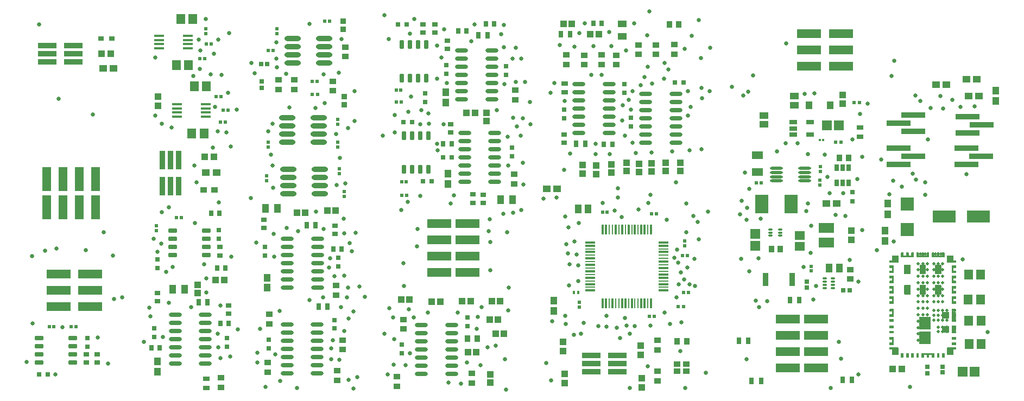
<source format=gbr>
%TF.GenerationSoftware,Altium Limited,Altium Designer,25.7.1 (20)*%
G04 Layer_Color=8388736*
%FSLAX45Y45*%
%MOMM*%
%TF.SameCoordinates,D8C98939-B5AC-4A14-9F93-74B2487226E3*%
%TF.FilePolarity,Negative*%
%TF.FileFunction,Soldermask,Top*%
%TF.Part,Single*%
G01*
G75*
%TA.AperFunction,SMDPad,CuDef*%
%ADD12R,0.90620X0.85490*%
%ADD13R,1.20840X1.01213*%
%ADD14R,1.01213X1.20840*%
%ADD109R,0.90000X0.80000*%
%TA.AperFunction,ViaPad*%
%ADD119C,0.50000*%
%TA.AperFunction,SMDPad,CuDef*%
%ADD128R,3.76000X1.35000*%
%ADD129R,0.57000X0.63000*%
%ADD130R,1.48000X1.58000*%
%ADD131R,1.43620X1.13500*%
%ADD132R,0.78000X0.98000*%
%ADD133R,0.30000X1.55500*%
%ADD134R,1.55500X0.30000*%
%ADD135R,1.55500X0.28000*%
%ADD136R,0.28000X1.55500*%
%ADD137R,1.08000X1.08000*%
%ADD138R,0.73000X0.98000*%
%ADD139R,1.13000X1.23000*%
%ADD140R,3.81000X0.82000*%
%ADD141R,1.08000X1.08000*%
%ADD142R,1.23000X1.13000*%
%ADD143R,1.53000X0.44000*%
%ADD144R,0.55500X0.55247*%
%ADD145O,2.58000X0.78000*%
%ADD146R,0.55247X0.55500*%
%ADD147R,1.01504X1.04213*%
%ADD148R,2.08000X2.08000*%
%ADD149R,0.55500X0.58000*%
%ADD150R,0.65247X0.64817*%
%ADD151R,1.48573X1.58822*%
%ADD152R,3.63000X1.93000*%
%ADD153R,1.53000X0.43000*%
%ADD154R,0.82000X2.87000*%
%ADD155R,0.88000X1.03000*%
%ADD156R,1.53620X1.33464*%
%ADD157R,2.38620X1.63490*%
%ADD158R,0.60000X0.53000*%
%ADD159R,0.60000X0.56000*%
%ADD160R,1.43620X1.13464*%
%ADD161R,0.99000X1.30000*%
%ADD162R,1.04213X0.99340*%
%ADD163R,1.35000X3.76000*%
%ADD164R,1.13000X1.48000*%
%ADD165O,1.98000X0.68000*%
G04:AMPARAMS|DCode=166|XSize=0.65mm|YSize=0.3mm|CornerRadius=0.0763mm|HoleSize=0mm|Usage=FLASHONLY|Rotation=180.000|XOffset=0mm|YOffset=0mm|HoleType=Round|Shape=RoundedRectangle|*
%AMROUNDEDRECTD166*
21,1,0.65000,0.14740,0,0,180.0*
21,1,0.49740,0.30000,0,0,180.0*
1,1,0.15260,-0.24870,0.07370*
1,1,0.15260,0.24870,0.07370*
1,1,0.15260,0.24870,-0.07370*
1,1,0.15260,-0.24870,-0.07370*
%
%ADD166ROUNDEDRECTD166*%
%ADD167R,0.54500X0.54000*%
%ADD168R,0.54000X0.55247*%
%ADD169R,0.55247X0.54000*%
%ADD170O,1.98000X0.43000*%
%ADD171R,1.23000X0.65000*%
%ADD172R,0.98000X0.78000*%
%ADD173R,0.73000X0.78000*%
%ADD174R,0.88000X1.08000*%
%ADD175R,1.08000X0.88000*%
%ADD176R,0.68000X0.98000*%
%ADD177R,0.78000X0.78000*%
%ADD178R,1.78000X1.18000*%
%ADD179R,2.08000X2.88000*%
%ADD180R,1.48000X1.13000*%
%ADD181R,0.68000X0.88000*%
%ADD182R,0.78000X0.73000*%
%ADD183R,1.03000X1.43000*%
%ADD184R,1.13000X0.98000*%
%ADD185R,1.02000X0.83000*%
%ADD186R,0.75248X0.74817*%
%ADD187R,0.70000X0.73000*%
G04:AMPARAMS|DCode=188|XSize=0.68mm|YSize=0.3mm|CornerRadius=0.084mm|HoleSize=0mm|Usage=FLASHONLY|Rotation=0.000|XOffset=0mm|YOffset=0mm|HoleType=Round|Shape=RoundedRectangle|*
%AMROUNDEDRECTD188*
21,1,0.68000,0.13200,0,0,0.0*
21,1,0.51200,0.30000,0,0,0.0*
1,1,0.16800,0.25600,-0.06600*
1,1,0.16800,-0.25600,-0.06600*
1,1,0.16800,-0.25600,0.06600*
1,1,0.16800,0.25600,0.06600*
%
%ADD188ROUNDEDRECTD188*%
G04:AMPARAMS|DCode=189|XSize=0.68mm|YSize=0.295mm|CornerRadius=0.083mm|HoleSize=0mm|Usage=FLASHONLY|Rotation=0.000|XOffset=0mm|YOffset=0mm|HoleType=Round|Shape=RoundedRectangle|*
%AMROUNDEDRECTD189*
21,1,0.68000,0.12900,0,0,0.0*
21,1,0.51400,0.29500,0,0,0.0*
1,1,0.16600,0.25700,-0.06450*
1,1,0.16600,-0.25700,-0.06450*
1,1,0.16600,-0.25700,0.06450*
1,1,0.16600,0.25700,0.06450*
%
%ADD189ROUNDEDRECTD189*%
%ADD190R,0.70000X0.66000*%
%ADD191R,1.58822X1.48573*%
%ADD192R,0.88000X2.08000*%
%ADD193R,0.88000X0.98000*%
%ADD194R,1.03000X0.83000*%
%ADD195R,0.98000X0.88000*%
%ADD196R,0.43000X0.50000*%
%ADD197R,1.03000X1.03000*%
%ADD198R,0.88000X0.68000*%
%ADD199R,1.01000X1.45000*%
%ADD200R,0.53000X0.50000*%
%ADD201R,0.51000X0.53000*%
G04:AMPARAMS|DCode=202|XSize=0.65mm|YSize=0.28mm|CornerRadius=0.073mm|HoleSize=0mm|Usage=FLASHONLY|Rotation=180.000|XOffset=0mm|YOffset=0mm|HoleType=Round|Shape=RoundedRectangle|*
%AMROUNDEDRECTD202*
21,1,0.65000,0.13400,0,0,180.0*
21,1,0.50400,0.28000,0,0,180.0*
1,1,0.14600,-0.25200,0.06700*
1,1,0.14600,0.25200,0.06700*
1,1,0.14600,0.25200,-0.06700*
1,1,0.14600,-0.25200,-0.06700*
%
%ADD202ROUNDEDRECTD202*%
%ADD203R,1.08000X0.83000*%
%ADD204R,0.55000X0.53000*%
%ADD205R,0.83000X1.02000*%
%ADD206R,0.53000X0.55000*%
G04:AMPARAMS|DCode=207|XSize=0.63mm|YSize=1.33mm|CornerRadius=0.0895mm|HoleSize=0mm|Usage=FLASHONLY|Rotation=90.000|XOffset=0mm|YOffset=0mm|HoleType=Round|Shape=RoundedRectangle|*
%AMROUNDEDRECTD207*
21,1,0.63000,1.15100,0,0,90.0*
21,1,0.45100,1.33000,0,0,90.0*
1,1,0.17900,0.57550,0.22550*
1,1,0.17900,0.57550,-0.22550*
1,1,0.17900,-0.57550,-0.22550*
1,1,0.17900,-0.57550,0.22550*
%
%ADD207ROUNDEDRECTD207*%
G04:AMPARAMS|DCode=208|XSize=0.63mm|YSize=1.33mm|CornerRadius=0.0895mm|HoleSize=0mm|Usage=FLASHONLY|Rotation=180.000|XOffset=0mm|YOffset=0mm|HoleType=Round|Shape=RoundedRectangle|*
%AMROUNDEDRECTD208*
21,1,0.63000,1.15100,0,0,180.0*
21,1,0.45100,1.33000,0,0,180.0*
1,1,0.17900,-0.22550,0.57550*
1,1,0.17900,0.22550,0.57550*
1,1,0.17900,0.22550,-0.57550*
1,1,0.17900,-0.22550,-0.57550*
%
%ADD208ROUNDEDRECTD208*%
%ADD209R,2.87000X0.82000*%
%ADD210R,0.33000X0.36000*%
%ADD211R,1.23000X0.68000*%
%ADD212R,0.61000X0.63000*%
%ADD213R,0.74817X0.75248*%
%ADD214R,0.54818X0.55247*%
%ADD215R,0.98000X0.88000*%
%ADD216R,1.03000X1.03000*%
%TA.AperFunction,ViaPad*%
%ADD217C,0.63000*%
%ADD218C,0.58000*%
G36*
X16720000Y4675000D02*
X16720995D01*
X16722832Y4674239D01*
X16724239Y4672832D01*
X16725000Y4670994D01*
Y4670000D01*
X16725000D01*
X16725000Y4610000D01*
Y4609005D01*
X16724239Y4607168D01*
X16722832Y4605761D01*
X16720995Y4605000D01*
X16529005D01*
X16527168Y4605761D01*
X16525761Y4607168D01*
X16525000Y4609005D01*
Y4610000D01*
X16525000Y4610000D01*
Y4670000D01*
Y4670994D01*
X16525761Y4672832D01*
X16527168Y4674238D01*
X16529005Y4675000D01*
X16530000D01*
X16530000Y4675000D01*
X16560001Y4675000D01*
X16560995Y4675000D01*
X16562833Y4674239D01*
X16564240Y4672832D01*
X16564999Y4670994D01*
X16564999Y4670000D01*
X16564999Y4670000D01*
Y4637000D01*
X16565096Y4636024D01*
X16565843Y4634222D01*
X16567223Y4632842D01*
X16569025Y4632096D01*
X16570000Y4632000D01*
X16600000D01*
X16600977Y4632096D01*
X16602779Y4632843D01*
X16604158Y4634223D01*
X16604904Y4636025D01*
X16605000Y4637001D01*
X16605000D01*
X16605000Y4670000D01*
Y4670994D01*
X16605762Y4672832D01*
X16607169Y4674239D01*
X16609006Y4675000D01*
X16610001D01*
X16610001Y4675000D01*
X16639999Y4675000D01*
X16640994D01*
X16642831Y4674238D01*
X16644238Y4672832D01*
X16645000Y4670994D01*
Y4670000D01*
X16645000D01*
X16645000Y4637000D01*
X16645096Y4636025D01*
X16645842Y4634222D01*
X16647221Y4632843D01*
X16649023Y4632096D01*
X16649998Y4632000D01*
X16649998D01*
X16680000Y4632000D01*
X16680975Y4632096D01*
X16682777Y4632843D01*
X16684157Y4634222D01*
X16684904Y4636025D01*
X16685001Y4637000D01*
X16685001D01*
X16685001Y4670000D01*
Y4670994D01*
X16685760Y4672832D01*
X16687167Y4674238D01*
X16689005Y4674999D01*
X16689999D01*
X16689999Y4675000D01*
X16720000Y4675000D01*
D02*
G37*
G36*
X17099832Y4631239D02*
X17101239Y4629832D01*
X17102000Y4627994D01*
X17102000Y4627000D01*
X17102000Y4555000D01*
Y4555000D01*
X17102097Y4554024D01*
X17102843Y4552222D01*
X17104222Y4550842D01*
X17106024Y4550096D01*
X17107001Y4550000D01*
X17139999Y4550000D01*
Y4550000D01*
X17140994Y4550000D01*
X17142831Y4549239D01*
X17144238Y4547832D01*
X17145000Y4545994D01*
X17145000Y4545000D01*
X17145000Y4520000D01*
X17145000Y4520000D01*
Y4519005D01*
X17144238Y4517167D01*
X17142831Y4515761D01*
X17140994Y4515000D01*
X17139999D01*
X17010001Y4515000D01*
X17010001D01*
X17009006Y4514999D01*
X17007167Y4515760D01*
X17005762Y4517167D01*
X17005000Y4519005D01*
X17005000Y4520000D01*
Y4627000D01*
X17005000Y4627994D01*
X17005762Y4629832D01*
X17007169Y4631239D01*
X17009006Y4632000D01*
X17010001Y4632000D01*
X17097000Y4632000D01*
Y4632000D01*
X17097995Y4632000D01*
X17099832Y4631239D01*
D02*
G37*
G36*
X16880000Y4675000D02*
X16880994D01*
X16882832Y4674238D01*
X16884238Y4672832D01*
X16885001Y4670994D01*
Y4670000D01*
X16885001Y4670000D01*
X16885001Y4637000D01*
X16885097Y4636024D01*
X16885841Y4634222D01*
X16887221Y4632843D01*
X16889024Y4632096D01*
X16889999Y4632000D01*
X16889999Y4632000D01*
X16920000Y4632000D01*
X16920976Y4632096D01*
X16922778Y4632842D01*
X16924158Y4634222D01*
X16924904Y4636025D01*
X16925000Y4637000D01*
Y4637000D01*
X16925000Y4670000D01*
Y4670994D01*
X16925761Y4672832D01*
X16927168Y4674238D01*
X16929005Y4674999D01*
X16930000D01*
Y4675000D01*
X16960001Y4674999D01*
X16960994D01*
X16962833Y4674238D01*
X16964240Y4672832D01*
X16964999Y4670994D01*
Y4670000D01*
X16964999Y4670000D01*
X16964999Y4610000D01*
Y4609005D01*
X16964240Y4607168D01*
X16962833Y4605761D01*
X16960995Y4605000D01*
X16769006D01*
X16767168Y4605761D01*
X16765761Y4607168D01*
X16764999Y4609005D01*
Y4610000D01*
X16764999D01*
Y4670000D01*
Y4670994D01*
X16765761Y4672832D01*
X16767168Y4674238D01*
X16769005Y4674999D01*
X16770000D01*
X16770000Y4675000D01*
Y4675000D01*
X16800000Y4675000D01*
X16800995Y4675000D01*
X16802832Y4674239D01*
X16804239Y4672832D01*
X16805000Y4670994D01*
X16805000Y4670000D01*
X16805000Y4670000D01*
Y4636999D01*
X16805096Y4636024D01*
X16805843Y4634222D01*
X16807222Y4632842D01*
X16809026Y4632096D01*
X16810001Y4632000D01*
X16839999D01*
X16840976Y4632096D01*
X16842778Y4632842D01*
X16844157Y4634222D01*
X16844904Y4636025D01*
X16845000Y4637001D01*
X16845000D01*
X16845000Y4670000D01*
Y4670994D01*
X16845761Y4672832D01*
X16847168Y4674238D01*
X16849005Y4674999D01*
X16850000D01*
X16850000Y4675000D01*
X16880000Y4675000D01*
D02*
G37*
G36*
X16400000D02*
X16400993D01*
X16402832Y4674238D01*
X16404237Y4672832D01*
X16404999Y4670994D01*
Y4670000D01*
X16405000Y4670000D01*
X16405000Y4637000D01*
X16405096Y4636024D01*
X16405843Y4634222D01*
X16407220Y4632843D01*
X16409024Y4632096D01*
X16409999Y4632000D01*
X16409999Y4632000D01*
X16439999Y4632000D01*
X16440976Y4632096D01*
X16442778Y4632843D01*
X16444157Y4634222D01*
X16444904Y4636025D01*
X16445000Y4637000D01*
X16445000Y4637001D01*
Y4670000D01*
Y4670994D01*
X16445761Y4672832D01*
X16447168Y4674238D01*
X16449005Y4674999D01*
X16450000D01*
X16450000Y4675000D01*
X16480000Y4674999D01*
X16480994D01*
X16482832Y4674238D01*
X16484239Y4672832D01*
X16485001Y4670994D01*
Y4670000D01*
X16485001Y4670000D01*
X16485001Y4610000D01*
Y4609005D01*
X16484239Y4607168D01*
X16482832Y4605761D01*
X16480994Y4605000D01*
X16289006D01*
X16287167Y4605761D01*
X16285760Y4607168D01*
X16285001Y4609005D01*
Y4610000D01*
X16285001D01*
Y4670000D01*
Y4670994D01*
X16285760Y4672832D01*
X16287167Y4674238D01*
X16289005Y4674999D01*
X16289999D01*
X16289999Y4675000D01*
Y4675000D01*
X16320000Y4675000D01*
X16320995Y4675000D01*
X16322832Y4674239D01*
X16324239Y4672832D01*
X16325000Y4670994D01*
X16325000Y4670000D01*
X16325000Y4670000D01*
Y4636999D01*
X16325096Y4636024D01*
X16325842Y4634222D01*
X16327222Y4632842D01*
X16329024Y4632096D01*
X16330000Y4632000D01*
X16360001Y4632000D01*
X16360976Y4632096D01*
X16362778Y4632843D01*
X16364159Y4634223D01*
X16364903Y4636026D01*
X16364999Y4637001D01*
X16364999D01*
X16364999Y4670000D01*
Y4670994D01*
X16365761Y4672832D01*
X16367168Y4674238D01*
X16369005Y4674999D01*
X16370000D01*
X16370000Y4675000D01*
X16400000Y4675000D01*
D02*
G37*
G36*
X16242831Y4631239D02*
X16244238Y4629832D01*
X16245000Y4627994D01*
X16245000Y4627000D01*
X16245000Y4627000D01*
X16245000Y4520000D01*
X16245000Y4519005D01*
X16244238Y4517167D01*
X16242831Y4515761D01*
X16240994Y4514999D01*
X16239999Y4515000D01*
X16239999D01*
X16110001Y4515000D01*
X16109006D01*
X16107169Y4515761D01*
X16105762Y4517167D01*
X16105000Y4519005D01*
Y4520000D01*
Y4520000D01*
Y4545000D01*
Y4545994D01*
X16105762Y4547832D01*
X16107169Y4549239D01*
X16109006Y4550000D01*
X16110001D01*
X16110001Y4550000D01*
X16142999D01*
X16143974Y4550096D01*
X16145778Y4550842D01*
X16147157Y4552222D01*
X16147903Y4554024D01*
X16148000Y4555000D01*
X16148000Y4555000D01*
X16148000Y4627000D01*
Y4627994D01*
X16148761Y4629832D01*
X16150168Y4631239D01*
X16152007Y4632000D01*
X16153000D01*
Y4632000D01*
X16239999Y4632000D01*
X16240994Y4632000D01*
X16242831Y4631239D01*
D02*
G37*
G36*
X17139999Y4475000D02*
X17139999Y4474999D01*
X17140994Y4475000D01*
X17142831Y4474238D01*
X17144238Y4472832D01*
X17145000Y4470994D01*
X17145000Y4470000D01*
X17145000Y4440000D01*
X17145000Y4440000D01*
X17145000Y4439005D01*
X17144238Y4437167D01*
X17142831Y4435761D01*
X17140994Y4435000D01*
X17139999Y4435000D01*
X17107001Y4435000D01*
Y4435000D01*
X17106024Y4434904D01*
X17104222Y4434157D01*
X17102843Y4432778D01*
X17102097Y4430975D01*
X17102000Y4430000D01*
X17102000Y4400000D01*
X17102097Y4399024D01*
X17102843Y4397222D01*
X17104222Y4395842D01*
X17106024Y4395096D01*
X17107001Y4395000D01*
X17139999D01*
Y4394999D01*
X17140994D01*
X17142831Y4394238D01*
X17144238Y4392832D01*
X17145000Y4390994D01*
Y4390000D01*
X17145000Y4360000D01*
X17145000D01*
X17145000Y4359005D01*
X17144238Y4357168D01*
X17142831Y4355761D01*
X17140994Y4355000D01*
X17139999Y4355000D01*
X17080000Y4355000D01*
X17079005Y4354999D01*
X17077167Y4355760D01*
X17075761Y4357167D01*
X17075000Y4359005D01*
X17075000Y4360000D01*
Y4470000D01*
X17075000Y4470000D01*
X17075000Y4470994D01*
X17075761Y4472832D01*
X17077168Y4474239D01*
X17079005Y4475000D01*
X17080000Y4475000D01*
X17139999Y4475000D01*
Y4475000D01*
D02*
G37*
G36*
X16172832Y4474239D02*
X16174239Y4472832D01*
X16175000Y4470994D01*
X16175000Y4470000D01*
Y4470000D01*
X16175000Y4360000D01*
X16175000Y4359005D01*
X16174239Y4357167D01*
X16172833Y4355760D01*
X16170995Y4354999D01*
X16170000Y4355000D01*
X16110001Y4355000D01*
X16109006Y4355000D01*
X16107169Y4355761D01*
X16105762Y4357168D01*
X16105000Y4359005D01*
X16105000Y4360000D01*
Y4390000D01*
Y4390994D01*
X16105762Y4392832D01*
X16107169Y4394238D01*
X16109006Y4395000D01*
X16110001D01*
X16110001Y4395000D01*
X16142999D01*
X16143976Y4395095D01*
X16145778Y4395842D01*
X16147157Y4397221D01*
X16147903Y4399024D01*
X16148000Y4400000D01*
X16148000D01*
X16148000Y4430000D01*
X16147903Y4430975D01*
X16147157Y4432778D01*
X16145778Y4434157D01*
X16143974Y4434904D01*
X16142999Y4435000D01*
X16142999Y4435000D01*
X16110001Y4435000D01*
X16109006Y4435000D01*
X16107169Y4435761D01*
X16105762Y4437167D01*
X16105000Y4439005D01*
X16105000Y4440000D01*
Y4440000D01*
Y4470000D01*
Y4470994D01*
X16105762Y4472832D01*
X16107169Y4474238D01*
X16109006Y4474999D01*
X16110001D01*
X16110001Y4475000D01*
Y4475000D01*
X16170000Y4475000D01*
X16170995Y4475000D01*
X16172832Y4474239D01*
D02*
G37*
G36*
X16912833Y4486239D02*
X16914240Y4484832D01*
X16914999Y4482994D01*
Y4482000D01*
Y4348000D01*
Y4347005D01*
X16914240Y4345168D01*
X16912833Y4343761D01*
X16910994Y4343000D01*
X16819005D01*
X16817168Y4343761D01*
X16815761Y4345168D01*
X16814999Y4347005D01*
Y4348000D01*
X16814999D01*
X16814999Y4482000D01*
Y4482994D01*
X16815761Y4484832D01*
X16817168Y4486239D01*
X16819005Y4487000D01*
X16910994D01*
X16912833Y4486239D01*
D02*
G37*
G36*
X16672832D02*
X16674239Y4484832D01*
X16675000Y4482994D01*
Y4482000D01*
Y4348000D01*
Y4347005D01*
X16674239Y4345168D01*
X16672832Y4343761D01*
X16670995Y4343000D01*
X16579005D01*
X16577168Y4343761D01*
X16575761Y4345168D01*
X16575000Y4347005D01*
Y4348000D01*
Y4482000D01*
Y4482994D01*
X16575761Y4484832D01*
X16577168Y4486239D01*
X16579005Y4487000D01*
X16670995D01*
X16672832Y4486239D01*
D02*
G37*
G36*
X16432832D02*
X16434239Y4484832D01*
X16435001Y4482994D01*
Y4482000D01*
X16435001D01*
X16435001Y4348000D01*
Y4347005D01*
X16434239Y4345168D01*
X16432832Y4343761D01*
X16430994Y4343000D01*
X16339005D01*
X16337167Y4343761D01*
X16335760Y4345168D01*
X16335001Y4347005D01*
Y4348000D01*
Y4482000D01*
Y4482994D01*
X16335760Y4484832D01*
X16337167Y4486239D01*
X16339005Y4487000D01*
X16430994D01*
X16432832Y4486239D01*
D02*
G37*
G36*
X17139999Y4315000D02*
X17139999Y4314999D01*
X17140994Y4315000D01*
X17142831Y4314239D01*
X17144238Y4312832D01*
X17145000Y4310994D01*
X17145000Y4310000D01*
X17145000Y4280000D01*
X17145000D01*
X17145000Y4279005D01*
X17144238Y4277167D01*
X17142831Y4275761D01*
X17140994Y4275000D01*
X17139999Y4275000D01*
X17107001D01*
Y4275000D01*
X17106024Y4274904D01*
X17104222Y4274157D01*
X17102843Y4272778D01*
X17102097Y4270975D01*
X17102000Y4270000D01*
X17102000Y4240000D01*
Y4240000D01*
X17102097Y4239024D01*
X17102843Y4237221D01*
X17104222Y4235842D01*
X17106024Y4235095D01*
X17107001Y4235000D01*
X17139999Y4235000D01*
Y4234999D01*
X17140994D01*
X17142831Y4234238D01*
X17144238Y4232832D01*
X17145000Y4230994D01*
Y4230000D01*
X17145000Y4200000D01*
X17145000D01*
X17145000Y4199005D01*
X17144238Y4197168D01*
X17142831Y4195761D01*
X17140994Y4195000D01*
X17139999Y4195000D01*
X17080000Y4194999D01*
Y4195000D01*
X17079005Y4194999D01*
X17077167Y4195760D01*
X17075761Y4197167D01*
X17075000Y4199005D01*
X17075000Y4200000D01*
Y4310000D01*
X17075000Y4310000D01*
X17075000Y4310994D01*
X17075761Y4312832D01*
X17077168Y4314239D01*
X17079005Y4315000D01*
X17080000Y4315000D01*
X17139999Y4315000D01*
Y4315000D01*
D02*
G37*
G36*
X16172832Y4314239D02*
X16174239Y4312832D01*
X16175000Y4310994D01*
X16175000Y4310000D01*
Y4200000D01*
X16175000Y4199005D01*
X16174239Y4197167D01*
X16172833Y4195760D01*
X16170995Y4194999D01*
X16170000Y4194999D01*
X16110001Y4195000D01*
X16109006Y4195000D01*
X16107169Y4195761D01*
X16105762Y4197168D01*
X16105000Y4199005D01*
X16105000Y4200000D01*
Y4230000D01*
Y4230994D01*
X16105762Y4232832D01*
X16107169Y4234238D01*
X16109006Y4234999D01*
X16110001D01*
X16110001Y4235000D01*
X16142999Y4235000D01*
X16143976Y4235095D01*
X16145778Y4235842D01*
X16147157Y4237221D01*
X16147903Y4239024D01*
X16148000Y4240000D01*
X16148000Y4240000D01*
X16148000Y4270000D01*
X16147903Y4270975D01*
X16147157Y4272778D01*
X16145778Y4274157D01*
X16143974Y4274904D01*
X16142999Y4275000D01*
X16142999Y4275000D01*
X16110001D01*
X16109006Y4275000D01*
X16107169Y4275761D01*
X16105762Y4277167D01*
X16105000Y4279005D01*
X16105000Y4280000D01*
Y4310000D01*
Y4310994D01*
X16105762Y4312832D01*
X16107169Y4314239D01*
X16109006Y4314999D01*
X16110001D01*
X16110001Y4315000D01*
Y4315000D01*
X16170000Y4315000D01*
X16170995Y4315000D01*
X16172832Y4314239D01*
D02*
G37*
G36*
X17080000Y4155000D02*
X17139999D01*
X17139999Y4155000D01*
X17140994Y4155000D01*
X17142831Y4154239D01*
X17144238Y4152832D01*
X17145000Y4150994D01*
X17145000Y4150000D01*
X17145000Y4120000D01*
X17145000D01*
X17145000Y4119005D01*
X17144238Y4117168D01*
X17142831Y4115761D01*
X17140994Y4115000D01*
X17139999Y4115000D01*
X17107001D01*
Y4115000D01*
X17106024Y4114904D01*
X17104222Y4114157D01*
X17102843Y4112778D01*
X17102097Y4110975D01*
X17102000Y4110000D01*
X17102000Y4080000D01*
X17102097Y4079024D01*
X17102843Y4077221D01*
X17104222Y4075842D01*
X17106024Y4075095D01*
X17107001Y4075000D01*
X17139999D01*
Y4074999D01*
X17140994D01*
X17142831Y4074238D01*
X17144238Y4072832D01*
X17145000Y4070994D01*
Y4070000D01*
X17145000Y4040000D01*
X17145000D01*
X17145000Y4039005D01*
X17144238Y4037167D01*
X17142831Y4035761D01*
X17140994Y4035000D01*
X17139999Y4035000D01*
X17080000Y4035000D01*
X17079005Y4034999D01*
X17077167Y4035760D01*
X17075761Y4037167D01*
X17075000Y4039005D01*
X17075000Y4040000D01*
Y4150000D01*
X17075000D01*
X17075000Y4150994D01*
X17075761Y4152832D01*
X17077168Y4154239D01*
X17079005Y4155000D01*
X17080000Y4155000D01*
D02*
G37*
G36*
X16172832Y4154239D02*
X16174239Y4152832D01*
X16175000Y4150994D01*
X16175000Y4150000D01*
Y4040000D01*
X16175000Y4039005D01*
X16174239Y4037167D01*
X16172833Y4035760D01*
X16170995Y4034999D01*
X16170000Y4035000D01*
X16110001Y4035000D01*
X16109006Y4035000D01*
X16107169Y4035761D01*
X16105762Y4037167D01*
X16105000Y4039005D01*
X16105000Y4040000D01*
Y4070000D01*
Y4070994D01*
X16105762Y4072832D01*
X16107169Y4074238D01*
X16109006Y4074999D01*
X16110001D01*
X16110001Y4075000D01*
X16142999D01*
X16143976Y4075095D01*
X16145778Y4075842D01*
X16147157Y4077221D01*
X16147903Y4079024D01*
X16148000Y4079999D01*
X16148000Y4080000D01*
X16148000Y4110000D01*
X16147903Y4110975D01*
X16147157Y4112778D01*
X16145778Y4114157D01*
X16143974Y4114904D01*
X16142999Y4115000D01*
X16142999Y4115000D01*
X16110001D01*
X16109006Y4115000D01*
X16107169Y4115761D01*
X16105762Y4117168D01*
X16105000Y4119005D01*
X16105000Y4120000D01*
Y4150000D01*
Y4150994D01*
X16105762Y4152832D01*
X16107169Y4154238D01*
X16109006Y4154999D01*
X16110001D01*
X16110001Y4155000D01*
X16170000D01*
X16170995Y4155000D01*
X16172832Y4154239D01*
D02*
G37*
G36*
X16912833Y4166239D02*
X16914240Y4164832D01*
X16914999Y4162994D01*
Y4162000D01*
Y4028000D01*
Y4027005D01*
X16914240Y4025167D01*
X16912833Y4023761D01*
X16910994Y4023000D01*
X16819005D01*
X16817168Y4023761D01*
X16815761Y4025167D01*
X16814999Y4027005D01*
Y4028000D01*
X16814999D01*
X16814999Y4162000D01*
Y4162994D01*
X16815761Y4164832D01*
X16817168Y4166239D01*
X16819005Y4167000D01*
X16910994D01*
X16912833Y4166239D01*
D02*
G37*
G36*
X16672832D02*
X16674239Y4164832D01*
X16675000Y4162994D01*
Y4162000D01*
Y4028000D01*
Y4027005D01*
X16674239Y4025167D01*
X16672832Y4023761D01*
X16670995Y4023000D01*
X16579005D01*
X16577168Y4023761D01*
X16575761Y4025167D01*
X16575000Y4027005D01*
Y4028000D01*
Y4162000D01*
Y4162994D01*
X16575761Y4164832D01*
X16577168Y4166239D01*
X16579005Y4167000D01*
X16670995D01*
X16672832Y4166239D01*
D02*
G37*
G36*
X16432832D02*
X16434239Y4164832D01*
X16435001Y4162994D01*
Y4162000D01*
X16435001Y4162000D01*
X16435001Y4028000D01*
Y4027005D01*
X16434239Y4025167D01*
X16432832Y4023761D01*
X16430994Y4023000D01*
X16339005D01*
X16337167Y4023761D01*
X16335760Y4025167D01*
X16335001Y4027005D01*
Y4028000D01*
Y4162000D01*
Y4162994D01*
X16335760Y4164832D01*
X16337167Y4166239D01*
X16339005Y4167000D01*
X16430994D01*
X16432832Y4166239D01*
D02*
G37*
G36*
X17142831Y3994239D02*
X17144238Y3992832D01*
X17145000Y3990994D01*
X17145000Y3990000D01*
X17145000Y3960000D01*
X17145000D01*
X17145000Y3959005D01*
X17144238Y3957168D01*
X17142831Y3955761D01*
X17140994Y3955000D01*
X17139999Y3955000D01*
X17107001D01*
Y3955000D01*
X17106024Y3954904D01*
X17104222Y3954157D01*
X17102843Y3952778D01*
X17102097Y3950975D01*
X17102000Y3950000D01*
X17102000Y3920000D01*
X17102097Y3919024D01*
X17102843Y3917222D01*
X17104222Y3915842D01*
X17106024Y3915096D01*
X17107001Y3915000D01*
X17139999D01*
Y3915000D01*
X17140994D01*
X17142831Y3914239D01*
X17144238Y3912832D01*
X17145000Y3910994D01*
Y3910000D01*
X17145000Y3880000D01*
X17145000D01*
X17145000Y3879005D01*
X17144238Y3877168D01*
X17142831Y3875761D01*
X17140994Y3875000D01*
X17139999Y3875000D01*
X17080000Y3875000D01*
X17079005Y3874999D01*
X17077167Y3875760D01*
X17075761Y3877167D01*
X17075000Y3879005D01*
X17075000Y3880000D01*
Y3990000D01*
X17075000Y3990000D01*
X17075000Y3990994D01*
X17075761Y3992832D01*
X17077168Y3994239D01*
X17079005Y3995000D01*
X17080000Y3995000D01*
X17139999Y3995000D01*
X17139999Y3995000D01*
X17140994Y3995000D01*
X17142831Y3994239D01*
D02*
G37*
G36*
X16172832D02*
X16174239Y3992832D01*
X16175000Y3990994D01*
X16175000Y3990000D01*
Y3880000D01*
X16175000Y3879005D01*
X16174239Y3877167D01*
X16172833Y3875760D01*
X16170995Y3874999D01*
X16170000Y3875000D01*
X16110001Y3875000D01*
X16109006Y3875000D01*
X16107169Y3875761D01*
X16105762Y3877168D01*
X16105000Y3879005D01*
X16105000Y3880000D01*
Y3910000D01*
Y3910994D01*
X16105762Y3912832D01*
X16107169Y3914238D01*
X16109006Y3915000D01*
X16110001D01*
X16110001Y3915000D01*
X16142999D01*
X16143976Y3915096D01*
X16145778Y3915842D01*
X16147157Y3917222D01*
X16147903Y3919024D01*
X16148000Y3920000D01*
X16148000Y3920000D01*
X16148000Y3950000D01*
X16147903Y3950975D01*
X16147157Y3952778D01*
X16145778Y3954157D01*
X16143974Y3954904D01*
X16142999Y3955000D01*
X16142999Y3955000D01*
X16110001D01*
X16109006Y3955000D01*
X16107169Y3955761D01*
X16105762Y3957168D01*
X16105000Y3959005D01*
X16105000Y3960000D01*
Y3990000D01*
Y3990994D01*
X16105762Y3992832D01*
X16107169Y3994238D01*
X16109006Y3994999D01*
X16110001D01*
X16110001Y3995000D01*
X16170000Y3995000D01*
X16170995Y3995000D01*
X16172832Y3994239D01*
D02*
G37*
G36*
Y3794239D02*
X16174239Y3792832D01*
X16175000Y3790994D01*
X16175000Y3790000D01*
X16175000Y3680000D01*
X16175000Y3679005D01*
X16174239Y3677167D01*
X16172833Y3675760D01*
X16170995Y3674999D01*
X16170000Y3675000D01*
X16170000D01*
X16110001Y3675000D01*
X16109006Y3675000D01*
X16107169Y3675761D01*
X16105762Y3677167D01*
X16105000Y3679005D01*
X16105000Y3680000D01*
Y3680000D01*
Y3710000D01*
Y3710994D01*
X16105762Y3712832D01*
X16107169Y3714238D01*
X16109006Y3714999D01*
X16110001D01*
Y3715000D01*
X16142999D01*
X16143976Y3715096D01*
X16145778Y3715842D01*
X16147157Y3717221D01*
X16147903Y3719024D01*
X16148000Y3720000D01*
X16148000Y3720000D01*
X16148000Y3750000D01*
X16147903Y3750975D01*
X16147157Y3752778D01*
X16145778Y3754157D01*
X16143974Y3754904D01*
X16142999Y3755000D01*
X16142999Y3755000D01*
X16110001D01*
X16109006Y3755000D01*
X16107169Y3755761D01*
X16105762Y3757167D01*
X16105000Y3759005D01*
X16105000Y3760000D01*
Y3790000D01*
Y3790994D01*
X16105762Y3792832D01*
X16107169Y3794239D01*
X16109006Y3795000D01*
X16110001Y3795000D01*
Y3795000D01*
Y3795000D01*
X16170000Y3795000D01*
X16170995Y3795000D01*
X16172832Y3794239D01*
D02*
G37*
G36*
X17139999Y3795000D02*
X17140994D01*
X17142831Y3794238D01*
X17144238Y3792832D01*
X17145000Y3790994D01*
Y3790000D01*
X17145000D01*
X17145000Y3760000D01*
X17145000Y3759005D01*
X17144238Y3757167D01*
X17142831Y3755761D01*
X17140994Y3755000D01*
X17139999Y3755000D01*
X17139999D01*
X17139999D01*
D01*
X17107001Y3755000D01*
X17106024Y3754904D01*
X17104222Y3754157D01*
X17102843Y3752777D01*
X17102097Y3750975D01*
X17102000Y3750000D01*
Y3720000D01*
X17102097Y3719024D01*
X17102843Y3717221D01*
X17104224Y3715842D01*
X17106026Y3715095D01*
X17107001Y3715000D01*
X17107002Y3715000D01*
X17139999Y3714999D01*
X17140994D01*
X17142831Y3714238D01*
X17144238Y3712832D01*
X17145000Y3710994D01*
Y3710000D01*
X17145000Y3710000D01*
X17145000Y3680000D01*
Y3679005D01*
X17144238Y3677168D01*
X17142831Y3675762D01*
X17140994Y3675000D01*
X17139999D01*
X17107001Y3675000D01*
X17106026Y3674904D01*
X17104224Y3674157D01*
X17102843Y3672778D01*
X17102097Y3670976D01*
X17102000Y3670001D01*
X17102000Y3640000D01*
X17102097Y3639024D01*
X17102843Y3637222D01*
X17104224Y3635842D01*
X17106026Y3635096D01*
X17107001Y3635000D01*
X17139999Y3635000D01*
X17140994D01*
X17142831Y3634238D01*
X17144238Y3632832D01*
X17145000Y3630994D01*
Y3630000D01*
X17145000D01*
X17145000Y3600000D01*
Y3599005D01*
X17144238Y3597168D01*
X17142831Y3595761D01*
X17140994Y3595000D01*
X17079005D01*
X17077168Y3595761D01*
X17075761Y3597168D01*
X17075000Y3599005D01*
Y3600000D01*
Y3600000D01*
Y3790000D01*
Y3790994D01*
X17075761Y3792832D01*
X17077168Y3794239D01*
X17079005Y3795000D01*
X17080000D01*
X17080000Y3795000D01*
X17139999Y3795000D01*
D02*
G37*
G36*
X17032832Y3744239D02*
X17034239Y3742832D01*
X17035001Y3740994D01*
Y3740000D01*
Y3650000D01*
Y3649005D01*
X17034239Y3647167D01*
X17032832Y3645761D01*
X17030994Y3645000D01*
X16929005D01*
X16927168Y3645761D01*
X16925761Y3647167D01*
X16925000Y3649005D01*
Y3650000D01*
Y3740000D01*
Y3740994D01*
X16925761Y3742832D01*
X16927168Y3744239D01*
X16929005Y3745000D01*
X17030994D01*
X17032832Y3744239D01*
D02*
G37*
G36*
X16172832Y3634239D02*
X16174239Y3632832D01*
X16175000Y3630994D01*
Y3630000D01*
Y3600000D01*
Y3599005D01*
X16174239Y3597168D01*
X16172832Y3595761D01*
X16170995Y3595000D01*
X16109006D01*
X16107169Y3595761D01*
X16105762Y3597168D01*
X16105000Y3599005D01*
Y3600000D01*
Y3630000D01*
Y3630994D01*
X16105762Y3632832D01*
X16107169Y3634239D01*
X16109006Y3635000D01*
X16170995D01*
X16172832Y3634239D01*
D02*
G37*
G36*
Y3534239D02*
X16174239Y3532832D01*
X16175000Y3530994D01*
Y3530000D01*
Y3500000D01*
Y3499005D01*
X16174239Y3497168D01*
X16172832Y3495761D01*
X16170995Y3495000D01*
X16109006D01*
X16107169Y3495761D01*
X16105762Y3497168D01*
X16105000Y3499005D01*
Y3500000D01*
Y3530000D01*
Y3530994D01*
X16105762Y3532832D01*
X16107169Y3534239D01*
X16109006Y3535000D01*
X16170995D01*
X16172832Y3534239D01*
D02*
G37*
G36*
X17080000Y3535000D02*
X17139999D01*
X17139999Y3535000D01*
X17140994Y3535000D01*
X17142831Y3534239D01*
X17144238Y3532832D01*
X17145000Y3530994D01*
X17145000Y3530000D01*
X17145000Y3500000D01*
X17145000D01*
X17145000Y3499005D01*
X17144238Y3497168D01*
X17142831Y3495761D01*
X17140994Y3495000D01*
X17139999Y3495000D01*
X17107001D01*
Y3495000D01*
X17106024Y3494904D01*
X17104222Y3494157D01*
X17102843Y3492778D01*
X17102097Y3490975D01*
X17102000Y3490000D01*
X17102000Y3460000D01*
Y3460000D01*
X17102097Y3459024D01*
X17102843Y3457222D01*
X17104222Y3455842D01*
X17106024Y3455095D01*
X17107001Y3455000D01*
X17139999D01*
X17139999Y3454999D01*
X17140994D01*
X17142831Y3454238D01*
X17144238Y3452832D01*
X17145000Y3450994D01*
Y3450000D01*
X17145000Y3420000D01*
X17145000Y3420000D01*
X17145000Y3419005D01*
X17144238Y3417167D01*
X17142831Y3415761D01*
X17140994Y3415000D01*
X17139999Y3415000D01*
X17080000Y3415000D01*
X17080000Y3415000D01*
X17079005Y3415000D01*
X17077167Y3415761D01*
X17075761Y3417167D01*
X17075000Y3419005D01*
X17075000Y3420000D01*
Y3530000D01*
X17075000D01*
X17075000Y3530994D01*
X17075761Y3532832D01*
X17077168Y3534239D01*
X17079005Y3535000D01*
X17080000Y3535000D01*
D02*
G37*
G36*
X16743832Y3671239D02*
X16745239Y3669832D01*
X16746001Y3667994D01*
Y3667000D01*
Y3485000D01*
Y3484005D01*
X16745239Y3482168D01*
X16743832Y3480761D01*
X16741994Y3480000D01*
X16575005D01*
X16573167Y3480761D01*
X16571761Y3482168D01*
X16571001Y3484005D01*
Y3485000D01*
Y3667000D01*
Y3667994D01*
X16571761Y3669832D01*
X16573167Y3671239D01*
X16575005Y3672000D01*
X16741994D01*
X16743832Y3671239D01*
D02*
G37*
G36*
X17032832Y3524239D02*
X17034239Y3522832D01*
X17035001Y3520994D01*
Y3520000D01*
Y3430000D01*
Y3429005D01*
X17034239Y3427168D01*
X17032832Y3425761D01*
X17030994Y3425000D01*
X16929005D01*
X16927168Y3425761D01*
X16925761Y3427168D01*
X16925000Y3429005D01*
Y3430000D01*
Y3520000D01*
Y3520994D01*
X16925761Y3522832D01*
X16927168Y3524239D01*
X16929005Y3525000D01*
X17030994D01*
X17032832Y3524239D01*
D02*
G37*
G36*
X16172832Y3454239D02*
X16174239Y3452832D01*
X16175000Y3450994D01*
Y3450000D01*
Y3420000D01*
Y3419005D01*
X16174239Y3417168D01*
X16172832Y3415761D01*
X16170995Y3415000D01*
X16109006D01*
X16107169Y3415761D01*
X16105762Y3417168D01*
X16105000Y3419005D01*
Y3420000D01*
Y3450000D01*
Y3450994D01*
X16105762Y3452832D01*
X16107169Y3454239D01*
X16109006Y3455000D01*
X16170995D01*
X16172832Y3454239D01*
D02*
G37*
G36*
X16172833Y3354240D02*
X16174239Y3352833D01*
X16175000Y3350995D01*
X16175000Y3350000D01*
X16175000Y3240000D01*
X16175000Y3239005D01*
X16174239Y3237168D01*
X16172832Y3235761D01*
X16170995Y3235000D01*
X16170000Y3235000D01*
X16110001D01*
Y3235000D01*
X16109006Y3235000D01*
X16107169Y3235761D01*
X16105762Y3237168D01*
X16105000Y3239005D01*
Y3240000D01*
Y3270000D01*
X16105000Y3270994D01*
X16105762Y3272832D01*
X16107169Y3274239D01*
X16109006Y3275000D01*
X16110001Y3275000D01*
X16142999D01*
X16143974Y3275096D01*
X16145778Y3275842D01*
X16147157Y3277222D01*
X16147903Y3279024D01*
X16148000Y3280000D01*
X16148000Y3310000D01*
X16148000D01*
X16147903Y3310975D01*
X16147157Y3312778D01*
X16145778Y3314158D01*
X16143976Y3314904D01*
X16142999Y3315000D01*
X16110001Y3315000D01*
X16109006D01*
X16107169Y3315761D01*
X16105762Y3317168D01*
X16105000Y3319005D01*
Y3320000D01*
Y3350000D01*
X16105000Y3350994D01*
X16105762Y3352832D01*
X16107169Y3354239D01*
X16109006Y3355000D01*
X16110001Y3355000D01*
X16170000Y3355000D01*
X16170000Y3355000D01*
X16170995Y3355001D01*
X16172833Y3354240D01*
D02*
G37*
G36*
X17142831Y3354239D02*
X17144238Y3352832D01*
X17145000Y3350994D01*
Y3350000D01*
Y3320000D01*
Y3319005D01*
X17144238Y3317168D01*
X17142831Y3315761D01*
X17140994Y3315000D01*
X17079005D01*
X17077168Y3315761D01*
X17075761Y3317168D01*
X17075000Y3319005D01*
Y3320000D01*
Y3350000D01*
Y3350994D01*
X17075761Y3352832D01*
X17077168Y3354239D01*
X17079005Y3355000D01*
X17140994D01*
X17142831Y3354239D01*
D02*
G37*
G36*
X16743832Y3439239D02*
X16745239Y3437832D01*
X16746001Y3435994D01*
Y3435000D01*
Y3253000D01*
Y3252005D01*
X16745239Y3250167D01*
X16743832Y3248761D01*
X16741994Y3248000D01*
X16575005D01*
X16573167Y3248761D01*
X16571761Y3250167D01*
X16571001Y3252005D01*
Y3253000D01*
Y3435000D01*
Y3435994D01*
X16571761Y3437832D01*
X16573167Y3439239D01*
X16575005Y3440000D01*
X16741994D01*
X16743832Y3439239D01*
D02*
G37*
G36*
X17142831Y3274239D02*
X17144238Y3272832D01*
X17145000Y3270994D01*
Y3270000D01*
Y3240000D01*
Y3239005D01*
X17144238Y3237168D01*
X17142831Y3235761D01*
X17140994Y3235000D01*
X17079005D01*
X17077168Y3235761D01*
X17075761Y3237168D01*
X17075000Y3239005D01*
Y3240000D01*
Y3270000D01*
Y3270994D01*
X17075761Y3272832D01*
X17077168Y3274239D01*
X17079005Y3275000D01*
X17140994D01*
X17142831Y3274239D01*
D02*
G37*
G36*
X16242833Y3194239D02*
X16244238Y3192833D01*
X16245000Y3190995D01*
X16245000Y3190000D01*
X16245000Y3083000D01*
X16245000D01*
X16245000Y3082005D01*
X16244238Y3080168D01*
X16242831Y3078761D01*
X16240994Y3078000D01*
X16239999Y3078000D01*
X16153000D01*
X16152005Y3078000D01*
X16150168Y3078761D01*
X16148761Y3080167D01*
X16148000Y3082005D01*
X16148000Y3083000D01*
Y3155000D01*
X16148000D01*
X16147903Y3155975D01*
X16147157Y3157778D01*
X16145778Y3159158D01*
X16143976Y3159904D01*
X16142999Y3160000D01*
X16110001Y3160000D01*
X16110001D01*
X16109006Y3160000D01*
X16107167Y3160761D01*
X16105762Y3162167D01*
X16105000Y3164005D01*
X16105000Y3165000D01*
Y3190000D01*
Y3190994D01*
X16105762Y3192832D01*
X16107169Y3194239D01*
X16109006Y3195000D01*
X16110001D01*
X16239999Y3195000D01*
Y3195000D01*
X16240994Y3195000D01*
X16242833Y3194239D01*
D02*
G37*
G36*
X17010001Y3195000D02*
X17010001Y3195000D01*
X17139999Y3195000D01*
X17140994D01*
X17142831Y3194239D01*
X17144238Y3192832D01*
X17145000Y3190994D01*
Y3190000D01*
X17145000D01*
X17145000Y3165000D01*
X17145000Y3164005D01*
X17144238Y3162167D01*
X17142831Y3160761D01*
X17140994Y3160000D01*
X17139999Y3160000D01*
X17139999Y3160000D01*
X17107001Y3160000D01*
X17106024Y3159904D01*
X17104222Y3159158D01*
X17102843Y3157778D01*
X17102097Y3155975D01*
X17102000Y3155000D01*
X17102000Y3083000D01*
X17102000Y3082005D01*
X17101239Y3080167D01*
X17099832Y3078761D01*
X17097995Y3078000D01*
X17097000Y3078000D01*
X17010001D01*
X17009006Y3078000D01*
X17007169Y3078761D01*
X17005762Y3080168D01*
X17005000Y3082005D01*
X17005000Y3083000D01*
Y3190000D01*
X17005000Y3190995D01*
X17005762Y3192833D01*
X17007167Y3194239D01*
X17009006Y3195000D01*
X17010001Y3195000D01*
D02*
G37*
G36*
X16962833Y3104239D02*
X16964240Y3102832D01*
X16964999Y3100995D01*
Y3100000D01*
Y3040000D01*
Y3039005D01*
X16964240Y3037168D01*
X16962833Y3035761D01*
X16960995Y3035000D01*
X16929005D01*
X16927168Y3035761D01*
X16925761Y3037168D01*
X16925000Y3039005D01*
Y3040000D01*
Y3100000D01*
Y3100995D01*
X16925761Y3102832D01*
X16927168Y3104239D01*
X16929005Y3105000D01*
X16930000D01*
Y3105000D01*
X16960001Y3105000D01*
X16960995D01*
X16962833Y3104239D01*
D02*
G37*
G36*
X16882832D02*
X16884239Y3102832D01*
X16885001Y3100995D01*
Y3100000D01*
Y3040000D01*
Y3039005D01*
X16884239Y3037168D01*
X16882832Y3035761D01*
X16880994Y3035000D01*
X16849005D01*
X16847168Y3035761D01*
X16845761Y3037168D01*
X16845000Y3039005D01*
Y3040000D01*
Y3100000D01*
Y3100995D01*
X16845761Y3102832D01*
X16847168Y3104239D01*
X16849005Y3105000D01*
X16880994D01*
X16882832Y3104239D01*
D02*
G37*
G36*
X16562833Y3104239D02*
X16564240Y3102832D01*
X16564999Y3100994D01*
Y3100000D01*
X16564999Y3100000D01*
X16564999Y3040000D01*
Y3039005D01*
X16564240Y3037168D01*
X16562833Y3035761D01*
X16560994Y3035000D01*
X16529005D01*
X16527168Y3035761D01*
X16525761Y3037168D01*
X16525000Y3039005D01*
Y3040000D01*
Y3100000D01*
Y3100994D01*
X16525761Y3102832D01*
X16527168Y3104239D01*
X16529005Y3105000D01*
X16560994D01*
X16562833Y3104239D01*
D02*
G37*
G36*
X16322832D02*
X16324239Y3102832D01*
X16325000Y3100994D01*
Y3100000D01*
Y3040000D01*
Y3039005D01*
X16324239Y3037168D01*
X16322832Y3035761D01*
X16320995Y3035000D01*
X16289005D01*
X16287167Y3035761D01*
X16285760Y3037168D01*
X16285001Y3039005D01*
Y3040000D01*
Y3100000D01*
Y3100994D01*
X16285760Y3102832D01*
X16287167Y3104239D01*
X16289005Y3105000D01*
X16320995D01*
X16322832Y3104239D01*
D02*
G37*
G36*
X16482832D02*
X16484239Y3102832D01*
X16485001Y3100994D01*
Y3100000D01*
X16485001Y3040000D01*
Y3039005D01*
X16484239Y3037168D01*
X16482832Y3035761D01*
X16480994Y3035000D01*
X16480000Y3035000D01*
X16449005D01*
X16447168Y3035761D01*
X16445761Y3037168D01*
X16445000Y3039005D01*
Y3040000D01*
Y3100000D01*
Y3100994D01*
X16445761Y3102832D01*
X16447168Y3104239D01*
X16449005Y3105000D01*
X16480994D01*
X16482832Y3104239D01*
D02*
G37*
G36*
X16402832D02*
X16404239Y3102832D01*
X16405000Y3100994D01*
Y3100000D01*
X16405000Y3040000D01*
Y3039005D01*
X16404237Y3037168D01*
X16402832Y3035761D01*
X16400993Y3035000D01*
X16400000Y3035000D01*
X16369005D01*
X16367168Y3035761D01*
X16365761Y3037168D01*
X16364999Y3039005D01*
Y3040000D01*
Y3100000D01*
Y3100994D01*
X16365761Y3102832D01*
X16367168Y3104239D01*
X16369005Y3105000D01*
X16400993D01*
X16402832Y3104239D01*
D02*
G37*
G36*
X16800000Y3104999D02*
X16800993D01*
X16802832Y3104238D01*
X16804239Y3102832D01*
X16805000Y3100994D01*
Y3100000D01*
X16805000Y3100000D01*
X16805000Y3040000D01*
Y3039005D01*
X16804237Y3037168D01*
X16802832Y3035761D01*
X16800993Y3035000D01*
X16800000D01*
Y3035000D01*
X16770000D01*
X16769005Y3035000D01*
X16767168Y3035761D01*
X16765761Y3037167D01*
X16764999Y3039005D01*
X16764999Y3040000D01*
X16764999Y3073000D01*
X16764903Y3073975D01*
X16764157Y3075777D01*
X16762778Y3077157D01*
X16760976Y3077903D01*
X16760001Y3077999D01*
X16760001Y3078000D01*
X16730000Y3077999D01*
X16729024Y3077903D01*
X16727222Y3077157D01*
X16725842Y3075777D01*
X16725095Y3073974D01*
X16725000Y3072998D01*
Y3072998D01*
X16725000Y3040000D01*
Y3039005D01*
X16724239Y3037168D01*
X16722832Y3035761D01*
X16720995Y3035000D01*
X16720000D01*
X16720000Y3035000D01*
X16689005D01*
X16687167Y3035761D01*
X16685760Y3037168D01*
X16685001Y3039005D01*
Y3040000D01*
X16685001D01*
X16685001Y3072999D01*
X16684904Y3073975D01*
X16684158Y3075777D01*
X16682777Y3077156D01*
X16680975Y3077903D01*
X16680000Y3077999D01*
Y3077999D01*
X16650000Y3078000D01*
X16649023Y3077904D01*
X16647221Y3077157D01*
X16645844Y3075777D01*
X16645096Y3073974D01*
X16645000Y3072999D01*
Y3072999D01*
X16645000Y3040000D01*
Y3039005D01*
X16644238Y3037168D01*
X16642831Y3035761D01*
X16640994Y3035000D01*
X16609006D01*
X16607169Y3035761D01*
X16605762Y3037168D01*
X16605000Y3039005D01*
Y3040000D01*
Y3100000D01*
Y3100994D01*
X16605762Y3102832D01*
X16607169Y3104238D01*
X16609006Y3104999D01*
X16610001D01*
X16610001Y3105000D01*
X16800000Y3104999D01*
D02*
G37*
D12*
X7605000Y7110130D02*
D03*
Y6985000D02*
D03*
X7587500Y8157433D02*
D03*
Y8282563D02*
D03*
D13*
X15124878Y5440000D02*
D03*
X15285252D02*
D03*
X16990373Y7297500D02*
D03*
X16830000D02*
D03*
X10920187Y5667500D02*
D03*
X10759813D02*
D03*
D14*
X9190000Y7173186D02*
D03*
Y7012812D02*
D03*
X9220000Y5905122D02*
D03*
Y5744749D02*
D03*
X6397500Y4285124D02*
D03*
Y4124750D02*
D03*
X4687500Y2980122D02*
D03*
Y2819748D02*
D03*
X10872500Y3927687D02*
D03*
Y3767314D02*
D03*
X16032500Y5020187D02*
D03*
Y4859813D02*
D03*
D109*
X3982501Y8017002D02*
D03*
X3812499D02*
D03*
D119*
X16554999Y3305002D02*
D03*
Y3405002D02*
D03*
X16625002D02*
D03*
Y3505002D02*
D03*
X16554999D02*
D03*
Y3605002D02*
D03*
X16625002D02*
D03*
Y3305002D02*
D03*
X16694998D02*
D03*
Y3605002D02*
D03*
Y3405002D02*
D03*
Y3505002D02*
D03*
X17005000Y3617498D02*
D03*
X16794998D02*
D03*
Y3694999D02*
D03*
X16934998Y3617498D02*
D03*
X16865001D02*
D03*
X17123000Y3654999D02*
D03*
X16554999Y3905001D02*
D03*
Y3705001D02*
D03*
Y3805001D02*
D03*
Y4105001D02*
D03*
Y4205000D02*
D03*
Y4005001D02*
D03*
X16625002Y4305000D02*
D03*
Y3805001D02*
D03*
Y3905001D02*
D03*
Y3705001D02*
D03*
X16694998Y3905001D02*
D03*
X16625002Y4105001D02*
D03*
Y4205000D02*
D03*
Y4005001D02*
D03*
X16694998Y4205000D02*
D03*
X16554999Y4405000D02*
D03*
Y4505000D02*
D03*
Y4305000D02*
D03*
X16625002Y4405000D02*
D03*
Y4505000D02*
D03*
X16665001Y4650999D02*
D03*
X16585001D02*
D03*
X16694998Y4005001D02*
D03*
Y3705001D02*
D03*
Y3805001D02*
D03*
Y4405000D02*
D03*
Y4105001D02*
D03*
X16934998Y3694999D02*
D03*
X16865001D02*
D03*
X17005000D02*
D03*
X17123000Y3734999D02*
D03*
X16865001Y3772499D02*
D03*
X16794998D02*
D03*
X17005000D02*
D03*
X16934998D02*
D03*
X16694998Y4305000D02*
D03*
Y4505000D02*
D03*
X17005000Y3439998D02*
D03*
X16865001D02*
D03*
X16934998D02*
D03*
X17005000Y3510001D02*
D03*
X16865001D02*
D03*
X16934998D02*
D03*
X16794998Y4005001D02*
D03*
Y3905001D02*
D03*
Y4105001D02*
D03*
Y4205000D02*
D03*
X16934998Y3905001D02*
D03*
X16865001D02*
D03*
Y4005001D02*
D03*
Y4105001D02*
D03*
Y4205000D02*
D03*
X16934998Y4005001D02*
D03*
Y4205000D02*
D03*
Y4105001D02*
D03*
X16794998Y4305000D02*
D03*
X16865001D02*
D03*
X16794998Y4405000D02*
D03*
X16865001D02*
D03*
X16794998Y4505000D02*
D03*
X16865001D02*
D03*
X16825002Y4650999D02*
D03*
X16934998Y4305000D02*
D03*
Y4405000D02*
D03*
Y4505000D02*
D03*
X16905000Y4650999D02*
D03*
D128*
X3150000Y4336500D02*
D03*
X3645000D02*
D03*
X3150000Y4082500D02*
D03*
X3645000D02*
D03*
X3150000Y3828500D02*
D03*
X3645000D02*
D03*
X15347501Y7582500D02*
D03*
X14852499D02*
D03*
X15347501Y7836500D02*
D03*
X14852499D02*
D03*
X15347501Y8090500D02*
D03*
X14852499D02*
D03*
X9085499Y4874499D02*
D03*
X14964999Y3381502D02*
D03*
Y3127502D02*
D03*
Y2873502D02*
D03*
X14521002Y3127502D02*
D03*
X14964999Y3635502D02*
D03*
X14521002Y3381502D02*
D03*
Y3635502D02*
D03*
Y2873502D02*
D03*
X9529501Y4874499D02*
D03*
X9085499Y4620499D02*
D03*
X9529501D02*
D03*
X9085499Y4366499D02*
D03*
X9529501Y5128499D02*
D03*
Y4366499D02*
D03*
X9085499Y5128499D02*
D03*
D129*
X15350000Y6395000D02*
D03*
X15264999D02*
D03*
D130*
X5245000Y8322500D02*
D03*
X5055000D02*
D03*
X17345000Y3252500D02*
D03*
X17535001D02*
D03*
X17342500Y3610000D02*
D03*
X17532500D02*
D03*
X17337500Y4332500D02*
D03*
X17527499D02*
D03*
X17332500Y3942500D02*
D03*
X17522501D02*
D03*
X5265000Y7270000D02*
D03*
X5455000D02*
D03*
X5415000Y6535000D02*
D03*
X5225000D02*
D03*
X5175000Y7597500D02*
D03*
X4985000D02*
D03*
D131*
X14152499Y6677411D02*
D03*
Y6812588D02*
D03*
D132*
X9835000Y8067500D02*
D03*
X9695000D02*
D03*
X11222498Y6372500D02*
D03*
X11362498D02*
D03*
X7157500Y5100000D02*
D03*
X7017500D02*
D03*
X5472500Y3900000D02*
D03*
X5332500D02*
D03*
X10984999Y8080001D02*
D03*
X7344999Y3830000D02*
D03*
X11125004Y8080001D02*
D03*
X7205000Y3830000D02*
D03*
D133*
X12287001Y5032299D02*
D03*
X11637000D02*
D03*
X12387001Y3884696D02*
D03*
X11936999Y5032299D02*
D03*
X11687002Y3884696D02*
D03*
X11787002D02*
D03*
X12087001D02*
D03*
X12036999Y5032299D02*
D03*
X12387001D02*
D03*
X11987002Y3884696D02*
D03*
X11936999D02*
D03*
X12236999Y5032299D02*
D03*
X12136999D02*
D03*
X11836999D02*
D03*
X12287001Y3884696D02*
D03*
X12236999D02*
D03*
X11637000D02*
D03*
X11687002Y5032299D02*
D03*
D134*
X12585802Y4283497D02*
D03*
Y4433499D02*
D03*
Y4183497D02*
D03*
X11438199Y4283497D02*
D03*
Y4483496D02*
D03*
X12585802Y4683496D02*
D03*
X11438199Y4383496D02*
D03*
X12585802Y4783496D02*
D03*
Y4083497D02*
D03*
Y4833498D02*
D03*
Y4333499D02*
D03*
X11438199Y4083497D02*
D03*
Y4183497D02*
D03*
Y4683496D02*
D03*
Y4583496D02*
D03*
Y4783496D02*
D03*
Y4833498D02*
D03*
X12585802Y4533499D02*
D03*
D135*
X11438199Y4633498D02*
D03*
X12585802Y4133499D02*
D03*
Y4233499D02*
D03*
X11438199D02*
D03*
X12585802Y4483496D02*
D03*
X11438199Y4333499D02*
D03*
X12585802Y4733498D02*
D03*
Y4583496D02*
D03*
X11438199Y4533499D02*
D03*
Y4433499D02*
D03*
X12585802Y4383496D02*
D03*
X11438199Y4733498D02*
D03*
Y4133499D02*
D03*
X12585802Y4633498D02*
D03*
D136*
X12187001Y5032299D02*
D03*
X11887002D02*
D03*
X11787002D02*
D03*
X11737000D02*
D03*
Y3884696D02*
D03*
X11836999D02*
D03*
X11887002D02*
D03*
X12036999D02*
D03*
X12136999D02*
D03*
X12087001Y5032299D02*
D03*
X12187001Y3884696D02*
D03*
X11987002Y5032299D02*
D03*
X12336998D02*
D03*
Y3884696D02*
D03*
D137*
X9662500Y3119999D02*
D03*
X6995000Y5300000D02*
D03*
X6865000D02*
D03*
X7470001Y5332500D02*
D03*
X11442500Y8080000D02*
D03*
X11572500D02*
D03*
X9512500Y6855000D02*
D03*
X9642500D02*
D03*
X7340000Y5332500D02*
D03*
X5730000Y4247500D02*
D03*
X5600000D02*
D03*
X11025000Y8240000D02*
D03*
X11155000D02*
D03*
X8492500Y3939997D02*
D03*
X8622502D02*
D03*
X10095001Y3410001D02*
D03*
X9100002Y3912499D02*
D03*
X10035002Y3920002D02*
D03*
X10002500Y3632500D02*
D03*
X9572503Y3920002D02*
D03*
X9442501D02*
D03*
X9964999Y3410001D02*
D03*
X9532498Y3119999D02*
D03*
X9872497Y3632500D02*
D03*
X9904999Y3920002D02*
D03*
X8970000Y3912499D02*
D03*
D138*
X13957500Y2675000D02*
D03*
X14102499D02*
D03*
X13902499Y3300000D02*
D03*
X13757500D02*
D03*
X14555000Y3932500D02*
D03*
X14700000D02*
D03*
X15372501Y2687500D02*
D03*
X15517500D02*
D03*
D139*
X17767500Y7040000D02*
D03*
Y7205000D02*
D03*
X16082500Y5440000D02*
D03*
Y5275000D02*
D03*
D140*
X16472499Y6179998D02*
D03*
X17547501Y6667500D02*
D03*
X17321501Y6540500D02*
D03*
Y6794500D02*
D03*
X17306496Y6307000D02*
D03*
X16246500Y6052998D02*
D03*
X17532500Y6180000D02*
D03*
X17306496Y6053000D02*
D03*
X16246500Y6306998D02*
D03*
X16475502Y6570502D02*
D03*
Y6824502D02*
D03*
X16249498Y6697502D02*
D03*
D141*
X12620000Y5945002D02*
D03*
X15372501Y7132500D02*
D03*
X5318498Y4173459D02*
D03*
Y4043459D02*
D03*
X9825000Y6725000D02*
D03*
Y6855000D02*
D03*
X12005001Y6077502D02*
D03*
X11530001Y5902501D02*
D03*
X11317502Y5910001D02*
D03*
X9884999Y2647498D02*
D03*
X12392503Y5937499D02*
D03*
X12200002Y5932504D02*
D03*
X12005001Y5947499D02*
D03*
X11765001Y5922499D02*
D03*
X12847498Y5949996D02*
D03*
X15372501Y7002503D02*
D03*
X9884999Y2777500D02*
D03*
X11317502Y6039998D02*
D03*
X11530001Y6032503D02*
D03*
X12620000Y6075004D02*
D03*
X12392503Y6067501D02*
D03*
X12847498Y6079998D02*
D03*
X12200002Y6062501D02*
D03*
X11765001Y6052502D02*
D03*
D142*
X17302499Y7382500D02*
D03*
X17467500D02*
D03*
X17505000Y7120000D02*
D03*
X17339999D02*
D03*
X4007500Y7552004D02*
D03*
X3842496D02*
D03*
X5610001Y5919998D02*
D03*
X5445003D02*
D03*
D143*
X4997503Y6925004D02*
D03*
X5442501D02*
D03*
X4997503Y6860001D02*
D03*
X5442501D02*
D03*
Y6795002D02*
D03*
X4997503D02*
D03*
X5442501Y6990003D02*
D03*
X4997503D02*
D03*
D144*
X7297501Y8282498D02*
D03*
X5349646Y7700000D02*
D03*
X5456969Y7927503D02*
D03*
X6417142Y7830002D02*
D03*
X7373214Y8282498D02*
D03*
X6492855Y7830002D02*
D03*
X5532681Y7927503D02*
D03*
X5425359Y7700000D02*
D03*
D145*
X7287499Y8017002D02*
D03*
X6735003Y5592999D02*
D03*
X6717502Y6397000D02*
D03*
X6797502Y7763002D02*
D03*
X7225000Y5846999D02*
D03*
X7207499Y6651000D02*
D03*
X6735003Y5719999D02*
D03*
X7287499Y7636002D02*
D03*
X6717502Y6778000D02*
D03*
X6735003Y5973999D02*
D03*
X6797502Y7890002D02*
D03*
X7287499D02*
D03*
X6797502Y7636002D02*
D03*
X7287499Y7763002D02*
D03*
X6797502Y8017002D02*
D03*
X7225000Y5592999D02*
D03*
X6717502Y6651000D02*
D03*
X7207499Y6524000D02*
D03*
X6735003Y5846999D02*
D03*
X7225000Y5719999D02*
D03*
X7207499Y6397000D02*
D03*
Y6778000D02*
D03*
X6717502Y6524000D02*
D03*
X7225000Y5973999D02*
D03*
D146*
X6390000Y5797144D02*
D03*
X6417498Y6400002D02*
D03*
X7525202Y5983077D02*
D03*
X7504999Y6674998D02*
D03*
X5445003Y8092140D02*
D03*
Y8167853D02*
D03*
X7504999Y6750710D02*
D03*
X7525202Y5907364D02*
D03*
X6417498Y6324290D02*
D03*
X6390000Y5872856D02*
D03*
D147*
X16154420Y2862499D02*
D03*
X16297499D02*
D03*
D148*
X16382503Y5435001D02*
D03*
Y5035001D02*
D03*
D149*
X5671790Y6707500D02*
D03*
X5714643Y6895002D02*
D03*
X5609646Y7107499D02*
D03*
X5685358D02*
D03*
X5790356Y6895002D02*
D03*
X5747502Y6707500D02*
D03*
D150*
X16937500Y2804571D02*
D03*
Y2895000D02*
D03*
D151*
X17249998Y2812501D02*
D03*
X17435246D02*
D03*
X15312502Y6662501D02*
D03*
X15127254D02*
D03*
D152*
X16962502Y5237500D02*
D03*
X17492497D02*
D03*
D153*
X5162499Y7862494D02*
D03*
Y7927497D02*
D03*
Y8057495D02*
D03*
X4717501Y7862494D02*
D03*
Y8057495D02*
D03*
X5162499Y7992496D02*
D03*
X4717501Y7927497D02*
D03*
Y7992496D02*
D03*
D154*
X5022002Y6120003D02*
D03*
X4895002D02*
D03*
X4768002D02*
D03*
X5022002Y5713004D02*
D03*
X4895002D02*
D03*
X4768002D02*
D03*
D155*
X14267500Y4727499D02*
D03*
X14402501D02*
D03*
D156*
X14707500Y4772503D02*
D03*
Y4937658D02*
D03*
D157*
X15120000Y4834936D02*
D03*
Y5060061D02*
D03*
D158*
X7600002Y5628998D02*
D03*
X6555001Y8166500D02*
D03*
X7600002Y5551000D02*
D03*
X6555001Y8088502D02*
D03*
D159*
X7499998Y6396498D02*
D03*
Y6318499D02*
D03*
D160*
X14625002Y6972422D02*
D03*
Y7117578D02*
D03*
D161*
X14852498Y6977502D02*
D03*
X15179497D02*
D03*
D162*
X4702501Y7105455D02*
D03*
Y6964546D02*
D03*
D163*
X3729000Y5822500D02*
D03*
Y5378503D02*
D03*
X3475000Y5822500D02*
D03*
Y5378503D02*
D03*
X3221000D02*
D03*
X2967000Y5822500D02*
D03*
Y5378503D02*
D03*
X3221000Y5822500D02*
D03*
D164*
X6562501Y5367500D02*
D03*
X10230002Y5499999D02*
D03*
X6372499Y5367500D02*
D03*
X4925995Y4105961D02*
D03*
X10040000Y5499999D02*
D03*
X5115997Y4105961D02*
D03*
D165*
X7184502Y4887199D02*
D03*
X12772502Y7021500D02*
D03*
Y6386500D02*
D03*
X11734998Y7177999D02*
D03*
X11264997Y6796999D02*
D03*
X12302500Y6640500D02*
D03*
Y6513500D02*
D03*
X11734998Y6542999D02*
D03*
X11264997Y6669999D02*
D03*
X9280002Y3413999D02*
D03*
X8810000Y2905999D02*
D03*
Y3032999D02*
D03*
X9280002Y2778999D02*
D03*
X7182348Y3428843D02*
D03*
X6712346Y3047843D02*
D03*
X7182348Y2793843D02*
D03*
X6712346Y2920843D02*
D03*
X7184502Y4760199D02*
D03*
X4969998Y3452002D02*
D03*
X6714500Y4633199D02*
D03*
X9482501Y6292002D02*
D03*
X9432498Y7576002D02*
D03*
X5439999Y2944002D02*
D03*
X11264997Y6542999D02*
D03*
X11734998Y7050999D02*
D03*
X11264997Y7304999D02*
D03*
X11734998Y6923999D02*
D03*
Y6669999D02*
D03*
Y6796999D02*
D03*
X11264997Y7177999D02*
D03*
Y7050999D02*
D03*
X11734998Y7304999D02*
D03*
X11264997Y6923999D02*
D03*
X5439999Y3325002D02*
D03*
X6712346Y3174843D02*
D03*
X8810000Y3159999D02*
D03*
X7184502Y4506199D02*
D03*
X9952502Y6165002D02*
D03*
X9902500Y7449002D02*
D03*
X12302500Y6767500D02*
D03*
X12772502Y7148500D02*
D03*
X9432498Y7449002D02*
D03*
X9482501Y6165002D02*
D03*
X9280002Y3540999D02*
D03*
X6714500Y4506199D02*
D03*
X7182348Y3555843D02*
D03*
X4969998Y3325002D02*
D03*
X9432498Y7068002D02*
D03*
X9902500Y7576002D02*
D03*
Y7703002D02*
D03*
Y7195002D02*
D03*
X9432498Y7830002D02*
D03*
Y7703002D02*
D03*
Y7322002D02*
D03*
Y7195002D02*
D03*
X9902500Y7830002D02*
D03*
Y7322002D02*
D03*
Y7068002D02*
D03*
X12302500Y6894500D02*
D03*
Y7021500D02*
D03*
X9952502Y5911002D02*
D03*
Y6038002D02*
D03*
Y6292002D02*
D03*
Y6419002D02*
D03*
Y6546002D02*
D03*
X9482501Y6038002D02*
D03*
Y6419002D02*
D03*
Y6546002D02*
D03*
Y5911002D02*
D03*
Y5784002D02*
D03*
X9952502D02*
D03*
X6714500Y4760199D02*
D03*
Y4887199D02*
D03*
X7184502Y4379199D02*
D03*
Y4633199D02*
D03*
X6714500Y4379199D02*
D03*
Y4252199D02*
D03*
X7184502D02*
D03*
Y4125199D02*
D03*
X6714500D02*
D03*
X5439999Y3198002D02*
D03*
X4969998Y3071002D02*
D03*
Y2944002D02*
D03*
X5439999Y3452002D02*
D03*
Y3579002D02*
D03*
Y3706002D02*
D03*
X4969998Y3198002D02*
D03*
Y3579002D02*
D03*
Y3706002D02*
D03*
X5439999Y3071002D02*
D03*
X6712346Y3301843D02*
D03*
Y3428843D02*
D03*
X7182348Y2920843D02*
D03*
Y3301843D02*
D03*
Y3174843D02*
D03*
Y3047843D02*
D03*
X6712346Y3555843D02*
D03*
Y2793843D02*
D03*
X8810000Y2778999D02*
D03*
X9280002Y3286999D02*
D03*
X8810000Y3540999D02*
D03*
X9280002Y2905999D02*
D03*
Y3159999D02*
D03*
Y3032999D02*
D03*
X8810000Y3286999D02*
D03*
Y3413999D02*
D03*
X12772502Y6513500D02*
D03*
Y6894500D02*
D03*
Y6767500D02*
D03*
Y6640500D02*
D03*
X12302500Y6386500D02*
D03*
Y7148500D02*
D03*
D166*
X14401500Y4987503D02*
D03*
Y4937501D02*
D03*
X14253500Y5037501D02*
D03*
Y4937501D02*
D03*
D167*
X14887498Y4462856D02*
D03*
Y4387144D02*
D03*
D168*
X14031789Y5759999D02*
D03*
X12472502Y5282499D02*
D03*
X11705356Y5302500D02*
D03*
X12875357Y4629993D02*
D03*
X12967500Y4052500D02*
D03*
X12359645Y3677503D02*
D03*
X11629644Y5302500D02*
D03*
X12396790Y5282499D02*
D03*
X12951070Y4629993D02*
D03*
X12891788Y4052500D02*
D03*
X12435357Y3677503D02*
D03*
X14107500Y5759999D02*
D03*
D169*
X15032503Y5939648D02*
D03*
X15020000Y5805714D02*
D03*
Y5730001D02*
D03*
X15032503Y6015360D02*
D03*
D170*
X14779832Y5859866D02*
D03*
X14339835D02*
D03*
X14779832Y5794868D02*
D03*
Y5989869D02*
D03*
Y5924870D02*
D03*
X14339835D02*
D03*
Y5989869D02*
D03*
Y5794868D02*
D03*
D171*
X14607500Y6612499D02*
D03*
Y6517498D02*
D03*
Y6707500D02*
D03*
D172*
X15647502Y6482502D02*
D03*
X5455001Y2705003D02*
D03*
Y2564999D02*
D03*
X11042498Y7175002D02*
D03*
X15647502Y6622501D02*
D03*
X11042498Y7315007D02*
D03*
D173*
X12892496Y7332502D02*
D03*
X8440001Y8237501D02*
D03*
X9147500Y6159998D02*
D03*
X8530001Y6707500D02*
D03*
X8964996Y5790001D02*
D03*
X2979994Y2775001D02*
D03*
X2844998D02*
D03*
X8830000Y5790001D02*
D03*
X12757501Y7332502D02*
D03*
X9282496Y6159998D02*
D03*
X8664997Y6707500D02*
D03*
X8574997Y8237501D02*
D03*
D174*
X12822499Y8235000D02*
D03*
X9677502Y3330001D02*
D03*
X9527499D02*
D03*
X12672502Y8235000D02*
D03*
D175*
X12750002Y7922504D02*
D03*
X12460097Y7917398D02*
D03*
X12192498Y7917500D02*
D03*
X11842504Y7605003D02*
D03*
X11615000Y7607500D02*
D03*
X11342502Y7604999D02*
D03*
X11062498Y7612502D02*
D03*
X8527501Y3632500D02*
D03*
X9592498Y2640000D02*
D03*
X7575000Y3160000D02*
D03*
X8427502Y2740000D02*
D03*
X7497501Y2682499D02*
D03*
X6410000Y2960004D02*
D03*
X12487499Y3304997D02*
D03*
X11615000Y7757497D02*
D03*
X12487499Y3155000D02*
D03*
X8427502Y2589997D02*
D03*
X12192498Y7767498D02*
D03*
X7575000Y3310002D02*
D03*
X9592498Y2789997D02*
D03*
X8527501Y3482497D02*
D03*
X7497501Y2832501D02*
D03*
X6434999Y3712505D02*
D03*
X6410000Y2810002D02*
D03*
X12460097Y7767396D02*
D03*
X12750002Y7772502D02*
D03*
X11842504Y7755005D02*
D03*
X11342502Y7755001D02*
D03*
X11062498Y7762504D02*
D03*
X6434999Y3562502D02*
D03*
D176*
X15377499Y5759999D02*
D03*
X15282500D02*
D03*
X15377499Y5999998D02*
D03*
X15472501Y5759999D02*
D03*
Y5999998D02*
D03*
X15282500D02*
D03*
D177*
X15530002Y5475000D02*
D03*
Y5615000D02*
D03*
D178*
X14043233Y5931809D02*
D03*
Y6191814D02*
D03*
D179*
X14567499Y5432501D02*
D03*
X14117497D02*
D03*
D180*
X11942501Y8242503D02*
D03*
Y8052501D02*
D03*
D181*
X11617503Y8252501D02*
D03*
X11782500Y6367502D02*
D03*
X9147500Y6372499D02*
D03*
X7564999Y4730003D02*
D03*
X5527497Y5290002D02*
D03*
X5800000Y3572500D02*
D03*
X4597500Y3187500D02*
D03*
X9507500Y8135002D02*
D03*
X9377502D02*
D03*
X5752501Y4437502D02*
D03*
X5622503D02*
D03*
X11652498Y6367502D02*
D03*
X9277497Y6372499D02*
D03*
X9809998Y8244997D02*
D03*
X11487501Y8252501D02*
D03*
X5657499Y5290002D02*
D03*
X7435002Y4730003D02*
D03*
X9940000Y8244997D02*
D03*
X5669998Y3572500D02*
D03*
X4727502Y3187500D02*
D03*
D182*
X11974998Y7172498D02*
D03*
X12075003Y6647500D02*
D03*
X11030000Y6770003D02*
D03*
X10122499Y7584999D02*
D03*
X9197503Y7600000D02*
D03*
X8862502Y7022501D02*
D03*
X10217500Y6312499D02*
D03*
X9522501Y3527501D02*
D03*
X7507498Y4457502D02*
D03*
X7452502Y3490001D02*
D03*
X8497499Y3102503D02*
D03*
X6367501Y4627499D02*
D03*
X5644998Y5027498D02*
D03*
X4689998Y4429999D02*
D03*
X4639999Y3497499D02*
D03*
X6422502Y3312498D02*
D03*
X3600000Y3342500D02*
D03*
X5777499Y3205002D02*
D03*
X6422502Y3177502D02*
D03*
X5777499Y3340003D02*
D03*
X8497499Y3237499D02*
D03*
X4689998Y4564995D02*
D03*
X7507498Y4592503D02*
D03*
X8862502Y7157502D02*
D03*
X10217500Y6177498D02*
D03*
X11030000Y6904999D02*
D03*
X10122499Y7450003D02*
D03*
X12075003Y6782501D02*
D03*
X9197503Y7465004D02*
D03*
X11974998Y7307494D02*
D03*
X9522501Y3662497D02*
D03*
X5644998Y4892502D02*
D03*
X6367501Y4762495D02*
D03*
X7452502Y3624997D02*
D03*
X4639999Y3362504D02*
D03*
X3600000Y3207504D02*
D03*
D183*
X11252500Y5360005D02*
D03*
X11402502D02*
D03*
D184*
X15512502Y5020005D02*
D03*
Y4875002D02*
D03*
D185*
X15490991Y4407546D02*
D03*
Y4267546D02*
D03*
D186*
X16695624Y2794568D02*
D03*
Y2895000D02*
D03*
X6317498Y7247285D02*
D03*
Y7347717D02*
D03*
D187*
X15485005Y4082501D02*
D03*
X15385001D02*
D03*
D188*
X15097498Y4270004D02*
D03*
Y4120001D02*
D03*
X15227495D02*
D03*
Y4270004D02*
D03*
D189*
X15097498Y4170004D02*
D03*
X15227495D02*
D03*
Y4220001D02*
D03*
X15097498D02*
D03*
D190*
X14819998Y4221002D02*
D03*
Y4129003D02*
D03*
D191*
X14014999Y4779752D02*
D03*
Y4964999D02*
D03*
D192*
X14170000Y4257502D02*
D03*
X14589999D02*
D03*
D193*
X12792502Y3290001D02*
D03*
X12942499D02*
D03*
D194*
X12939999Y2822499D02*
D03*
X12794996Y2937500D02*
D03*
Y2822499D02*
D03*
X12939999Y2937500D02*
D03*
D195*
X12490003Y2674996D02*
D03*
X5685003Y2722499D02*
D03*
X10267500Y7207504D02*
D03*
X5685003Y2572497D02*
D03*
X7477501Y4012499D02*
D03*
X10252500Y5747498D02*
D03*
X10267500Y7057502D02*
D03*
X10252500Y5897500D02*
D03*
X7477501Y4162501D02*
D03*
X12490003Y2824998D02*
D03*
D196*
X11253001Y4050001D02*
D03*
X11187002D02*
D03*
D197*
X12242500Y2572500D02*
D03*
X11045003Y2640000D02*
D03*
X12222500Y3222498D02*
D03*
X11014999Y3282502D02*
D03*
X12242500Y2717504D02*
D03*
X11014999Y3137504D02*
D03*
X12222500Y3077500D02*
D03*
X11045003Y2784999D02*
D03*
D198*
X9215001Y7979999D02*
D03*
X6350000Y5190002D02*
D03*
X5800001Y3849996D02*
D03*
Y3719998D02*
D03*
X8832499Y8107503D02*
D03*
X9017500Y8235004D02*
D03*
X8832499Y8237500D02*
D03*
X9612498Y5452501D02*
D03*
Y5582498D02*
D03*
X3585002Y3087502D02*
D03*
Y2957500D02*
D03*
X5662498Y4760001D02*
D03*
X9260002Y6547500D02*
D03*
Y6677503D02*
D03*
X11030001Y6387495D02*
D03*
X5662498Y4629998D02*
D03*
X7462500Y4964999D02*
D03*
X9215001Y7849996D02*
D03*
X7462500Y5095001D02*
D03*
X9017500Y8105002D02*
D03*
X9775002Y5447502D02*
D03*
Y5577500D02*
D03*
X11030001Y6517498D02*
D03*
X3754999Y3087497D02*
D03*
X6350000Y5060005D02*
D03*
X3754999Y2957500D02*
D03*
X4692498Y3917498D02*
D03*
Y4047500D02*
D03*
D199*
X15167497Y4435003D02*
D03*
X15324501D02*
D03*
D200*
X12915001Y4780001D02*
D03*
X11270000Y3820003D02*
D03*
X12915001Y4860000D02*
D03*
X11270000Y3900002D02*
D03*
D201*
X12892245Y3835254D02*
D03*
X12812247D02*
D03*
D202*
X14401500Y5037501D02*
D03*
X14253500Y4987503D02*
D03*
D203*
X7622499Y7882438D02*
D03*
Y7732436D02*
D03*
X6582501Y7372497D02*
D03*
X6827500Y7222500D02*
D03*
Y7372497D02*
D03*
X7427498Y7200001D02*
D03*
Y7350003D02*
D03*
X6582501Y7222500D02*
D03*
D204*
X3002502Y3517500D02*
D03*
X3077503D02*
D03*
X8497499Y5780004D02*
D03*
X8572500D02*
D03*
X8412499Y7210000D02*
D03*
X8487500D02*
D03*
X3342502Y3520004D02*
D03*
X4987498Y5217500D02*
D03*
X8574999Y5564998D02*
D03*
X8494999Y7022501D02*
D03*
X8499998Y5564998D02*
D03*
X5062499Y5217500D02*
D03*
X8419998Y7022501D02*
D03*
X3417503Y3520004D02*
D03*
D205*
X15464999Y6150000D02*
D03*
X15325000D02*
D03*
D206*
X4675002Y5090003D02*
D03*
Y5015001D02*
D03*
D207*
X2844998Y3342503D02*
D03*
X4924999Y5015001D02*
D03*
X2844998Y2961503D02*
D03*
X4924999Y4634001D02*
D03*
X5449997Y4888001D02*
D03*
X3369996Y3215503D02*
D03*
X5449997Y4761001D02*
D03*
Y4634001D02*
D03*
Y5015001D02*
D03*
X4924999Y4761001D02*
D03*
Y4888001D02*
D03*
X3369996Y3342503D02*
D03*
X2844998Y3088503D02*
D03*
X3369996Y2961503D02*
D03*
Y3088503D02*
D03*
X2844998Y3215503D02*
D03*
D208*
X8532002Y5974999D02*
D03*
X8504001Y7400000D02*
D03*
X8913002Y5974999D02*
D03*
X8885001Y7400000D02*
D03*
X8659002Y6499997D02*
D03*
X8631001Y7924998D02*
D03*
Y7400000D02*
D03*
X8758001D02*
D03*
X8504001Y7924998D02*
D03*
X8758001D02*
D03*
X8885001D02*
D03*
X8786002Y6499997D02*
D03*
X8659002Y5974999D02*
D03*
X8532002Y6499997D02*
D03*
X8786002Y5974999D02*
D03*
X8913002Y6499997D02*
D03*
D209*
X11860002Y2946999D02*
D03*
X11453002D02*
D03*
X3382004Y7904500D02*
D03*
Y7777500D02*
D03*
Y7650500D02*
D03*
X2975000D02*
D03*
Y7777500D02*
D03*
Y7904500D02*
D03*
X11453002Y3073999D02*
D03*
X11860002D02*
D03*
X11453002Y2819999D02*
D03*
X11860002D02*
D03*
D210*
X15075002Y6435000D02*
D03*
X15020000D02*
D03*
D211*
X14867499Y6707500D02*
D03*
Y6517498D02*
D03*
D212*
X15555002Y7012500D02*
D03*
X15639999D02*
D03*
D213*
X6405001Y7615001D02*
D03*
X6304570D02*
D03*
D214*
X7107072Y7145000D02*
D03*
X7187499D02*
D03*
X7102287Y7349998D02*
D03*
X7182714D02*
D03*
D215*
X5410002Y5652501D02*
D03*
X5580004D02*
D03*
D216*
X3962496Y7782001D02*
D03*
X3817498D02*
D03*
X5572501Y6170000D02*
D03*
X5427502D02*
D03*
D217*
X4012500Y3947500D02*
D03*
X4139448Y3972500D02*
D03*
X2742500Y3570000D02*
D03*
X2935000Y4705000D02*
D03*
X2735000Y4617500D02*
D03*
X3995000Y4625000D02*
D03*
X3120000Y4740000D02*
D03*
X3685000Y6832500D02*
D03*
X3147500Y7075000D02*
D03*
X7762500Y7190000D02*
D03*
X16707500Y6440000D02*
D03*
X8792500Y5557500D02*
D03*
X8592500Y5465000D02*
D03*
X9057500Y6275000D02*
D03*
X9155000Y6675000D02*
D03*
X12400000Y7312500D02*
D03*
X5442500Y8320000D02*
D03*
X14497501Y7940000D02*
D03*
X13975000Y7437500D02*
D03*
X16180000Y7670000D02*
D03*
X16900000Y7120000D02*
D03*
X16510001Y7125000D02*
D03*
X16589999Y7042500D02*
D03*
X12360593Y8439997D02*
D03*
X5557500Y6312500D02*
D03*
X5349999Y7541950D02*
D03*
X5792500Y7170000D02*
D03*
X5690610Y7450308D02*
D03*
X5252500Y7432500D02*
D03*
X5525000Y7455000D02*
D03*
X6287500Y3487500D02*
D03*
X5940000Y3477500D02*
D03*
X5675000Y3850000D02*
D03*
X7167500Y5315000D02*
D03*
X6461645Y6206645D02*
D03*
X6490202Y6035000D02*
D03*
X6145000Y5527500D02*
D03*
X5645000Y5457500D02*
D03*
X3855000Y4992500D02*
D03*
X3573052Y4710000D02*
D03*
X12130000Y3530000D02*
D03*
X12060000Y3412500D02*
D03*
X12010042Y3532500D02*
D03*
X11981649Y3650851D02*
D03*
X12812500Y4520000D02*
D03*
X16750806Y6933306D02*
D03*
X15677499Y5022500D02*
D03*
X15650000Y6839448D02*
D03*
X9055000Y6370000D02*
D03*
X8803138Y6899493D02*
D03*
X8919412Y6846587D02*
D03*
X8922500Y6685000D02*
D03*
X11335000Y3582500D02*
D03*
X11295000Y3410000D02*
D03*
X11695594Y3515268D02*
D03*
X13922501Y4385000D02*
D03*
X14025000Y3922500D02*
D03*
X12377500Y3537500D02*
D03*
X12597500Y3737500D02*
D03*
X12922499Y2562500D02*
D03*
X12057500D02*
D03*
X10830000Y2677500D02*
D03*
X9420001Y2627498D02*
D03*
X9232500Y2645000D02*
D03*
X10125000Y2540000D02*
D03*
X10850000Y3607500D02*
D03*
X12857500Y3587500D02*
D03*
X12680000Y3562500D02*
D03*
X11567500Y3525000D02*
D03*
X11850441Y3503493D02*
D03*
X11047500Y3690000D02*
D03*
X17214999Y6950000D02*
D03*
X17087500Y7062500D02*
D03*
X17432500Y6955000D02*
D03*
X12957500Y4440000D02*
D03*
X12820187Y4177687D02*
D03*
X12852499Y4365000D02*
D03*
X12904004Y4256504D02*
D03*
X11115000Y4492500D02*
D03*
X13875000Y3012500D02*
D03*
X16464999Y5906948D02*
D03*
X15263290Y5267274D02*
D03*
X14095593Y5202768D02*
D03*
X12985001Y4177500D02*
D03*
X14810098Y5323240D02*
D03*
X14882500Y5097500D02*
D03*
X16162691Y5794809D02*
D03*
X15976640Y6123849D02*
D03*
X13067500Y4573498D02*
D03*
X15525000Y6440000D02*
D03*
X15680000Y6165552D02*
D03*
X13792500Y4575000D02*
D03*
X14065001Y4582500D02*
D03*
X14762500Y4452500D02*
D03*
X15907500Y4712500D02*
D03*
X12747500Y4592500D02*
D03*
X13132500Y4885000D02*
D03*
X16170000Y4845000D02*
D03*
X16662500Y5775000D02*
D03*
X16660001Y5572500D02*
D03*
X16102499Y5587500D02*
D03*
X17302499Y5902500D02*
D03*
X14835002Y5439999D02*
D03*
X13875000Y5185000D02*
D03*
X13887502Y5377500D02*
D03*
X13775000Y5275000D02*
D03*
X12195000Y5350000D02*
D03*
X10915000Y5535000D02*
D03*
X11875000Y5537500D02*
D03*
X11820000Y5332500D02*
D03*
X10707500Y5515000D02*
D03*
X11985000Y6500002D02*
D03*
X12100000Y6390000D02*
D03*
X11052500Y5237500D02*
D03*
X15382500Y5600000D02*
D03*
X15414999Y5245000D02*
D03*
X15095003Y6202502D02*
D03*
X12992500Y6274622D02*
D03*
X13902499Y7185000D02*
D03*
X15767500Y6997500D02*
D03*
X12935001Y5437500D02*
D03*
Y4990000D02*
D03*
X13050000Y5249956D02*
D03*
X13174965Y6290000D02*
D03*
X11269109Y8100731D02*
D03*
X10275000Y7337500D02*
D03*
X16137500Y7432500D02*
D03*
X5837499Y6329319D02*
D03*
X6415000Y6565000D02*
D03*
X7837500Y4147500D02*
D03*
X7810002Y2735001D02*
D03*
X7927503Y3985001D02*
D03*
X5635000Y6565001D02*
D03*
X7057502Y8239999D02*
D03*
X13020726Y8053227D02*
D03*
X14872504Y4667499D02*
D03*
X16517500Y5812500D02*
D03*
X13307503Y7872501D02*
D03*
X5362500Y7827500D02*
D03*
X8227500Y8375000D02*
D03*
X16939999Y6925000D02*
D03*
X8700000Y8317500D02*
D03*
X13130002Y8302498D02*
D03*
X7537500Y6152500D02*
D03*
X7765444Y6724556D02*
D03*
X7297501Y7009638D02*
D03*
X5805002Y8097500D02*
D03*
X7284999Y7457501D02*
D03*
X14932503Y7162500D02*
D03*
X6494998Y5687502D02*
D03*
X5587500Y6947500D02*
D03*
X4907500Y6627500D02*
D03*
X9982500Y6895000D02*
D03*
X7592500Y5205000D02*
D03*
X8739998Y4775002D02*
D03*
X6882500Y5012539D02*
D03*
X7282500Y5045000D02*
D03*
X4657286Y7718681D02*
D03*
X14785001Y7152498D02*
D03*
X13168219Y7712502D02*
D03*
X12914772Y7854772D02*
D03*
X13172501Y7247500D02*
D03*
X14487500Y6385000D02*
D03*
X13002499Y6945000D02*
D03*
X12962500Y7197500D02*
D03*
X15139999Y5859998D02*
D03*
X14352499Y6257498D02*
D03*
X13852499Y5927500D02*
D03*
X12127500Y8252500D02*
D03*
X12337501Y7575001D02*
D03*
X12040000Y7057500D02*
D03*
X11615000Y7450000D02*
D03*
X11454999Y7447498D02*
D03*
X12717501Y6254999D02*
D03*
X12149999Y6227501D02*
D03*
X12635000Y5190000D02*
D03*
X11742941Y6210000D02*
D03*
X17245000Y4567499D02*
D03*
X17632503Y3435000D02*
D03*
X15617500Y4222500D02*
D03*
X15320000Y3282500D02*
D03*
X16425002Y2582499D02*
D03*
X14957500Y4157500D02*
D03*
X12790140Y4724859D02*
D03*
X13070000Y4157500D02*
D03*
X12847498Y3139999D02*
D03*
X9637500Y8232500D02*
D03*
X10500977Y7026522D02*
D03*
X10237500Y6775000D02*
D03*
X8300000Y8002500D02*
D03*
X8395000Y6550000D02*
D03*
X7660000Y6619112D02*
D03*
X8205593Y6498093D02*
D03*
X7622500Y5757500D02*
D03*
X6542502Y7700000D02*
D03*
X5639999Y7994995D02*
D03*
X7520000Y7485000D02*
D03*
X6747500Y6942501D02*
D03*
X7152498Y6929999D02*
D03*
X5925000Y6907500D02*
D03*
X4657498Y6809545D02*
D03*
X5767500Y6552500D02*
D03*
X10367500Y5340000D02*
D03*
X9685000Y3672500D02*
D03*
X8367502Y3659998D02*
D03*
X7604999Y3454999D02*
D03*
X8559998Y2917500D02*
D03*
X8377499Y2924998D02*
D03*
X7670000Y2687500D02*
D03*
X6705000Y5062500D02*
D03*
X7369470Y4442501D02*
D03*
X4824999Y4372498D02*
D03*
X4872500Y3890000D02*
D03*
X4580000Y3677500D02*
D03*
X4481876Y3283125D02*
D03*
X3757500Y3347504D02*
D03*
X6250000Y2959999D02*
D03*
X5822500Y3055000D02*
D03*
X3102498Y2772501D02*
D03*
X14194998Y3914999D02*
D03*
X15482500Y4560000D02*
D03*
X12342500Y5447500D02*
D03*
X11187500Y3390000D02*
D03*
X11057499Y3565002D02*
D03*
X11255000Y4476232D02*
D03*
X11932002Y5232500D02*
D03*
X11527500Y6210000D02*
D03*
X11520000Y6375000D02*
D03*
X8600140Y6870141D02*
D03*
X8907500Y3737500D02*
D03*
X6602500Y2675000D02*
D03*
X7560000Y8004717D02*
D03*
X7486655Y5730785D02*
D03*
X7719493Y4694847D02*
D03*
X5335001Y7994995D02*
D03*
X7605997Y4973497D02*
D03*
X9585000Y7970000D02*
D03*
X4562500Y3815000D02*
D03*
X3210000Y3515000D02*
D03*
X6502500Y4970002D02*
D03*
X5277500Y5140000D02*
D03*
X8642500Y7107500D02*
D03*
X9117500Y7715000D02*
D03*
X11352500Y8255000D02*
D03*
X8745000Y5047500D02*
D03*
X9880000Y4400000D02*
D03*
X9882500Y4840000D02*
D03*
X10165000Y4127500D02*
D03*
X12787500Y3975000D02*
D03*
X10277500Y7872500D02*
D03*
X13799998Y5487502D02*
D03*
X15625000Y2770000D02*
D03*
X15190002Y2564999D02*
D03*
X15352502Y3022498D02*
D03*
X12285000Y7415000D02*
D03*
X9520000Y2962500D02*
D03*
X11105000Y4162500D02*
D03*
X11092500Y4660000D02*
D03*
X11227500Y4642500D02*
D03*
X11250000Y4232500D02*
D03*
X11042500Y7037500D02*
D03*
X10420000Y7335000D02*
D03*
X10510000Y6680000D02*
D03*
X10392500Y6767500D02*
D03*
X13180000Y7082500D02*
D03*
X12590000Y7392500D02*
D03*
X11999999Y7824700D02*
D03*
X12330000Y8064997D02*
D03*
X10967500Y7917500D02*
D03*
X11950000Y6970000D02*
D03*
X11937500Y6737500D02*
D03*
X11122500Y6222500D02*
D03*
X10352500Y6500000D02*
D03*
X10152500Y6482500D02*
D03*
X10392500Y6080000D02*
D03*
X10160000Y6037500D02*
D03*
X10300000Y6645000D02*
D03*
X7525000Y3000000D02*
D03*
X5267500Y6032500D02*
D03*
X3922500Y2947500D02*
D03*
X5640000Y3200000D02*
D03*
X5672500Y3025000D02*
D03*
X7397500Y3007500D02*
D03*
X8625000Y3105000D02*
D03*
X8607500Y3790000D02*
D03*
X7272500Y3977500D02*
D03*
X6512500Y4607500D02*
D03*
X7480000Y6527500D02*
D03*
X9047501Y7902500D02*
D03*
X11630000Y5452500D02*
D03*
X10105000Y7307500D02*
D03*
X9160000Y8155000D02*
D03*
X8390000Y6820000D02*
D03*
X9207500Y7317500D02*
D03*
X8630000Y8092500D02*
D03*
X9962500Y3220000D02*
D03*
X7397500Y3180000D02*
D03*
X6245000Y3112500D02*
D03*
X5845000Y4615000D02*
D03*
X4755000Y6690000D02*
D03*
X4775000Y3355000D02*
D03*
X10157500Y3770000D02*
D03*
X14835001Y6207500D02*
D03*
X11902603Y3342011D02*
D03*
X12339807Y2904807D02*
D03*
X11692500Y3690000D02*
D03*
X12962500Y6810000D02*
D03*
X9372500Y3742500D02*
D03*
X6375000Y2577500D02*
D03*
X7447500Y4310000D02*
D03*
X7645000Y3975000D02*
D03*
X7745000Y2557500D02*
D03*
X10095000Y7882500D02*
D03*
X11767500Y7897500D02*
D03*
X10825000Y7170000D02*
D03*
X10882500Y7320000D02*
D03*
X14914999Y3942500D02*
D03*
X10755000Y2952500D02*
D03*
X13242500Y2802500D02*
D03*
X11100000Y5065000D02*
D03*
X10090000Y8230000D02*
D03*
X10227500Y7702500D02*
D03*
X10047500Y8082500D02*
D03*
X6545000Y7955000D02*
D03*
X5450000Y4055000D02*
D03*
X6527500Y3087500D02*
D03*
X6870000Y2565000D02*
D03*
X7690000Y4820000D02*
D03*
X7777500Y4980000D02*
D03*
X7380000Y4585000D02*
D03*
X7662500Y4125000D02*
D03*
X7607500Y4315000D02*
D03*
X8533089Y4155592D02*
D03*
X10240000Y5295000D02*
D03*
X9837500Y3200000D02*
D03*
X9670000Y3487501D02*
D03*
X7065000Y3932500D02*
D03*
X4690000Y4687500D02*
D03*
X4747500Y4812500D02*
D03*
X4635000Y4890000D02*
D03*
X4927500Y4452500D02*
D03*
X6207500Y7475000D02*
D03*
X6550000Y7564999D02*
D03*
X6155000Y7635000D02*
D03*
X2647498Y2967502D02*
D03*
X5630291Y3407212D02*
D03*
X15175002Y5602498D02*
D03*
X12075003Y6909999D02*
D03*
X12100001Y7189998D02*
D03*
X12660000Y7529998D02*
D03*
X13822502Y7129998D02*
D03*
X13645003Y7262500D02*
D03*
X13302498Y7197501D02*
D03*
X16297501Y5707500D02*
D03*
X9050000Y7389998D02*
D03*
X6230000Y4827499D02*
D03*
X7552502Y3819997D02*
D03*
X5415001Y4492498D02*
D03*
X14672501Y6380000D02*
D03*
X15605000Y5825000D02*
D03*
X12380000Y5580000D02*
D03*
X11872500Y5680000D02*
D03*
X10362500Y7700000D02*
D03*
X11192500Y7888484D02*
D03*
X11487500Y7892500D02*
D03*
X12775001Y5775000D02*
D03*
X8787500Y6677500D02*
D03*
X11737500Y8112500D02*
D03*
X5452500Y4270000D02*
D03*
X9262501Y5439999D02*
D03*
X6487500Y6687500D02*
D03*
X5302499Y5767502D02*
D03*
X10146248Y4995001D02*
D03*
X9857501Y5012502D02*
D03*
X9312499Y5570002D02*
D03*
X4872502Y5382499D02*
D03*
X8307502Y3810000D02*
D03*
X7747498Y3752499D02*
D03*
X4757501Y5307503D02*
D03*
X2842499Y8232501D02*
D03*
X11067501Y4807499D02*
D03*
X11197499Y4847499D02*
D03*
X12595001Y7637501D02*
D03*
X8384809Y3322691D02*
D03*
X8227502Y3407501D02*
D03*
X7667498Y3642502D02*
D03*
X10087498Y5280000D02*
D03*
X10395001Y5739999D02*
D03*
X12227499Y7287499D02*
D03*
X10107498Y3012501D02*
D03*
X13916441Y5673943D02*
D03*
X6594998Y3762502D02*
D03*
X5567502Y7777500D02*
D03*
X14072499Y3825001D02*
D03*
X11257498Y5135001D02*
D03*
X8492500Y5342499D02*
D03*
X9875591Y5193091D02*
D03*
X8527501Y4507499D02*
D03*
X13279999Y5312501D02*
D03*
X13114999Y5157500D02*
D03*
X12397501Y6239998D02*
D03*
X11031220Y5967501D02*
D03*
X9747499Y3825001D02*
D03*
X7425003Y3307503D02*
D03*
X8687501Y3659998D02*
D03*
X9729998Y2917500D02*
D03*
X8277499Y2775001D02*
D03*
X6700002Y7467498D02*
D03*
X5212502Y3820003D02*
D03*
D218*
X17123000Y3474999D02*
D03*
%TF.MD5,a326ca8db0477c37b0b415ef66b7b7b9*%
M02*

</source>
